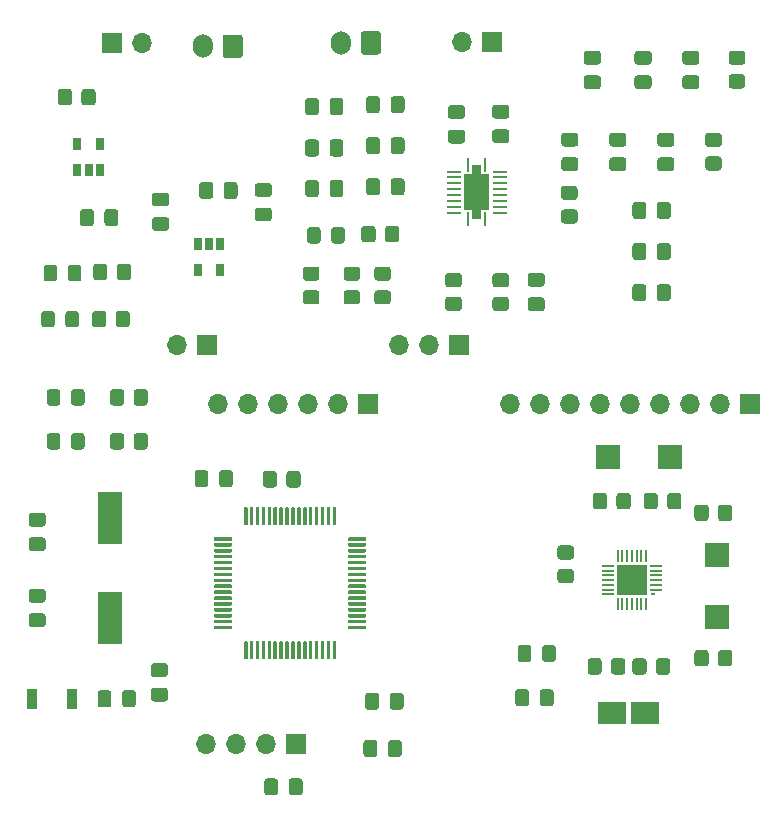
<source format=gbr>
%TF.GenerationSoftware,KiCad,Pcbnew,(5.1.8)-1*%
%TF.CreationDate,2021-02-01T14:36:09-08:00*%
%TF.ProjectId,spl_prototype,73706c5f-7072-46f7-946f-747970652e6b,rev?*%
%TF.SameCoordinates,Original*%
%TF.FileFunction,Soldermask,Top*%
%TF.FilePolarity,Negative*%
%FSLAX46Y46*%
G04 Gerber Fmt 4.6, Leading zero omitted, Abs format (unit mm)*
G04 Created by KiCad (PCBNEW (5.1.8)-1) date 2021-02-01 14:36:09*
%MOMM*%
%LPD*%
G01*
G04 APERTURE LIST*
%ADD10O,1.700000X1.700000*%
%ADD11R,1.700000X1.700000*%
%ADD12R,0.650000X1.060000*%
%ADD13R,2.000000X2.000000*%
%ADD14C,0.200000*%
%ADD15C,0.100000*%
%ADD16R,0.240000X1.200000*%
%ADD17R,1.200000X0.240000*%
%ADD18R,2.600000X2.600000*%
%ADD19R,1.000000X0.200000*%
%ADD20R,0.200000X1.000000*%
%ADD21R,0.450000X0.200000*%
%ADD22R,0.900000X1.700000*%
%ADD23R,2.000000X4.500000*%
%ADD24R,2.400000X1.950000*%
%ADD25O,1.700000X2.000000*%
G04 APERTURE END LIST*
D10*
%TO.C,JP3(CHG-BATT)*%
X100050000Y-23540000D03*
D11*
X97510000Y-23540000D03*
%TD*%
D12*
%TO.C,U8*%
X94550000Y-32100000D03*
X96450000Y-32100000D03*
X96450000Y-34300000D03*
X95500000Y-34300000D03*
X94550000Y-34300000D03*
%TD*%
%TO.C,R22*%
G36*
G01*
X97800000Y-47350001D02*
X97800000Y-46449999D01*
G75*
G02*
X98049999Y-46200000I249999J0D01*
G01*
X98750001Y-46200000D01*
G75*
G02*
X99000000Y-46449999I0J-249999D01*
G01*
X99000000Y-47350001D01*
G75*
G02*
X98750001Y-47600000I-249999J0D01*
G01*
X98049999Y-47600000D01*
G75*
G02*
X97800000Y-47350001I0J249999D01*
G01*
G37*
G36*
G01*
X95800000Y-47350001D02*
X95800000Y-46449999D01*
G75*
G02*
X96049999Y-46200000I249999J0D01*
G01*
X96750001Y-46200000D01*
G75*
G02*
X97000000Y-46449999I0J-249999D01*
G01*
X97000000Y-47350001D01*
G75*
G02*
X96750001Y-47600000I-249999J0D01*
G01*
X96049999Y-47600000D01*
G75*
G02*
X95800000Y-47350001I0J249999D01*
G01*
G37*
%TD*%
%TO.C,R21*%
G36*
G01*
X97900000Y-43350001D02*
X97900000Y-42449999D01*
G75*
G02*
X98149999Y-42200000I249999J0D01*
G01*
X98850001Y-42200000D01*
G75*
G02*
X99100000Y-42449999I0J-249999D01*
G01*
X99100000Y-43350001D01*
G75*
G02*
X98850001Y-43600000I-249999J0D01*
G01*
X98149999Y-43600000D01*
G75*
G02*
X97900000Y-43350001I0J249999D01*
G01*
G37*
G36*
G01*
X95900000Y-43350001D02*
X95900000Y-42449999D01*
G75*
G02*
X96149999Y-42200000I249999J0D01*
G01*
X96850001Y-42200000D01*
G75*
G02*
X97100000Y-42449999I0J-249999D01*
G01*
X97100000Y-43350001D01*
G75*
G02*
X96850001Y-43600000I-249999J0D01*
G01*
X96149999Y-43600000D01*
G75*
G02*
X95900000Y-43350001I0J249999D01*
G01*
G37*
%TD*%
%TO.C,R4*%
G36*
G01*
X94100000Y-27649999D02*
X94100000Y-28550001D01*
G75*
G02*
X93850001Y-28800000I-249999J0D01*
G01*
X93149999Y-28800000D01*
G75*
G02*
X92900000Y-28550001I0J249999D01*
G01*
X92900000Y-27649999D01*
G75*
G02*
X93149999Y-27400000I249999J0D01*
G01*
X93850001Y-27400000D01*
G75*
G02*
X94100000Y-27649999I0J-249999D01*
G01*
G37*
G36*
G01*
X96100000Y-27649999D02*
X96100000Y-28550001D01*
G75*
G02*
X95850001Y-28800000I-249999J0D01*
G01*
X95149999Y-28800000D01*
G75*
G02*
X94900000Y-28550001I0J249999D01*
G01*
X94900000Y-27649999D01*
G75*
G02*
X95149999Y-27400000I249999J0D01*
G01*
X95850001Y-27400000D01*
G75*
G02*
X96100000Y-27649999I0J-249999D01*
G01*
G37*
%TD*%
D10*
%TO.C,JP2(BQ-5V)*%
X102960000Y-49100000D03*
D11*
X105500000Y-49100000D03*
%TD*%
%TO.C,D5*%
G36*
G01*
X92650000Y-46449999D02*
X92650000Y-47350001D01*
G75*
G02*
X92400001Y-47600000I-249999J0D01*
G01*
X91749999Y-47600000D01*
G75*
G02*
X91500000Y-47350001I0J249999D01*
G01*
X91500000Y-46449999D01*
G75*
G02*
X91749999Y-46200000I249999J0D01*
G01*
X92400001Y-46200000D01*
G75*
G02*
X92650000Y-46449999I0J-249999D01*
G01*
G37*
G36*
G01*
X94700000Y-46449999D02*
X94700000Y-47350001D01*
G75*
G02*
X94450001Y-47600000I-249999J0D01*
G01*
X93799999Y-47600000D01*
G75*
G02*
X93550000Y-47350001I0J249999D01*
G01*
X93550000Y-46449999D01*
G75*
G02*
X93799999Y-46200000I249999J0D01*
G01*
X94450001Y-46200000D01*
G75*
G02*
X94700000Y-46449999I0J-249999D01*
G01*
G37*
%TD*%
%TO.C,D4*%
G36*
G01*
X93750000Y-43450001D02*
X93750000Y-42549999D01*
G75*
G02*
X93999999Y-42300000I249999J0D01*
G01*
X94650001Y-42300000D01*
G75*
G02*
X94900000Y-42549999I0J-249999D01*
G01*
X94900000Y-43450001D01*
G75*
G02*
X94650001Y-43700000I-249999J0D01*
G01*
X93999999Y-43700000D01*
G75*
G02*
X93750000Y-43450001I0J249999D01*
G01*
G37*
G36*
G01*
X91700000Y-43450001D02*
X91700000Y-42549999D01*
G75*
G02*
X91949999Y-42300000I249999J0D01*
G01*
X92600001Y-42300000D01*
G75*
G02*
X92850000Y-42549999I0J-249999D01*
G01*
X92850000Y-43450001D01*
G75*
G02*
X92600001Y-43700000I-249999J0D01*
G01*
X91949999Y-43700000D01*
G75*
G02*
X91700000Y-43450001I0J249999D01*
G01*
G37*
%TD*%
%TO.C,C14*%
G36*
G01*
X110775000Y-36550000D02*
X109825000Y-36550000D01*
G75*
G02*
X109575000Y-36300000I0J250000D01*
G01*
X109575000Y-35625000D01*
G75*
G02*
X109825000Y-35375000I250000J0D01*
G01*
X110775000Y-35375000D01*
G75*
G02*
X111025000Y-35625000I0J-250000D01*
G01*
X111025000Y-36300000D01*
G75*
G02*
X110775000Y-36550000I-250000J0D01*
G01*
G37*
G36*
G01*
X110775000Y-38625000D02*
X109825000Y-38625000D01*
G75*
G02*
X109575000Y-38375000I0J250000D01*
G01*
X109575000Y-37700000D01*
G75*
G02*
X109825000Y-37450000I250000J0D01*
G01*
X110775000Y-37450000D01*
G75*
G02*
X111025000Y-37700000I0J-250000D01*
G01*
X111025000Y-38375000D01*
G75*
G02*
X110775000Y-38625000I-250000J0D01*
G01*
G37*
%TD*%
%TO.C,C13*%
G36*
G01*
X106950000Y-36475000D02*
X106950000Y-35525000D01*
G75*
G02*
X107200000Y-35275000I250000J0D01*
G01*
X107875000Y-35275000D01*
G75*
G02*
X108125000Y-35525000I0J-250000D01*
G01*
X108125000Y-36475000D01*
G75*
G02*
X107875000Y-36725000I-250000J0D01*
G01*
X107200000Y-36725000D01*
G75*
G02*
X106950000Y-36475000I0J250000D01*
G01*
G37*
G36*
G01*
X104875000Y-36475000D02*
X104875000Y-35525000D01*
G75*
G02*
X105125000Y-35275000I250000J0D01*
G01*
X105800000Y-35275000D01*
G75*
G02*
X106050000Y-35525000I0J-250000D01*
G01*
X106050000Y-36475000D01*
G75*
G02*
X105800000Y-36725000I-250000J0D01*
G01*
X105125000Y-36725000D01*
G75*
G02*
X104875000Y-36475000I0J250000D01*
G01*
G37*
%TD*%
%TO.C,C2*%
G36*
G01*
X95950000Y-37825000D02*
X95950000Y-38775000D01*
G75*
G02*
X95700000Y-39025000I-250000J0D01*
G01*
X95025000Y-39025000D01*
G75*
G02*
X94775000Y-38775000I0J250000D01*
G01*
X94775000Y-37825000D01*
G75*
G02*
X95025000Y-37575000I250000J0D01*
G01*
X95700000Y-37575000D01*
G75*
G02*
X95950000Y-37825000I0J-250000D01*
G01*
G37*
G36*
G01*
X98025000Y-37825000D02*
X98025000Y-38775000D01*
G75*
G02*
X97775000Y-39025000I-250000J0D01*
G01*
X97100000Y-39025000D01*
G75*
G02*
X96850000Y-38775000I0J250000D01*
G01*
X96850000Y-37825000D01*
G75*
G02*
X97100000Y-37575000I250000J0D01*
G01*
X97775000Y-37575000D01*
G75*
G02*
X98025000Y-37825000I0J-250000D01*
G01*
G37*
%TD*%
%TO.C,C1*%
G36*
G01*
X102075000Y-37350000D02*
X101125000Y-37350000D01*
G75*
G02*
X100875000Y-37100000I0J250000D01*
G01*
X100875000Y-36425000D01*
G75*
G02*
X101125000Y-36175000I250000J0D01*
G01*
X102075000Y-36175000D01*
G75*
G02*
X102325000Y-36425000I0J-250000D01*
G01*
X102325000Y-37100000D01*
G75*
G02*
X102075000Y-37350000I-250000J0D01*
G01*
G37*
G36*
G01*
X102075000Y-39425000D02*
X101125000Y-39425000D01*
G75*
G02*
X100875000Y-39175000I0J250000D01*
G01*
X100875000Y-38500000D01*
G75*
G02*
X101125000Y-38250000I250000J0D01*
G01*
X102075000Y-38250000D01*
G75*
G02*
X102325000Y-38500000I0J-250000D01*
G01*
X102325000Y-39175000D01*
G75*
G02*
X102075000Y-39425000I-250000J0D01*
G01*
G37*
%TD*%
D12*
%TO.C,U2*%
X106650000Y-42700000D03*
X104750000Y-42700000D03*
X104750000Y-40500000D03*
X105700000Y-40500000D03*
X106650000Y-40500000D03*
%TD*%
D13*
%TO.C,U5*%
X148700000Y-72150000D03*
X148700000Y-66850000D03*
%TD*%
%TO.C,U4*%
X139450000Y-58600000D03*
X144750000Y-58600000D03*
%TD*%
D10*
%TO.C,J6 (COIL)*%
X127110000Y-23400000D03*
D11*
X129650000Y-23400000D03*
%TD*%
D14*
%TO.C,U7*%
X127860000Y-37150000D03*
X128860000Y-37150000D03*
X128860000Y-35150000D03*
X127860000Y-35150000D03*
X128360000Y-37150000D03*
X128360000Y-35150000D03*
D15*
G36*
X128735000Y-37680000D02*
G01*
X128735000Y-38450000D01*
X127985000Y-38450000D01*
X127985000Y-37680000D01*
X127330000Y-37680000D01*
X127330000Y-34620000D01*
X127985000Y-34620000D01*
X127985000Y-33850000D01*
X128735000Y-33850000D01*
X128735000Y-34620000D01*
X129390000Y-34620000D01*
X129390000Y-37680000D01*
X128735000Y-37680000D01*
G37*
D16*
X129110000Y-38450000D03*
X127610000Y-38450000D03*
X129110000Y-33850000D03*
X127610000Y-33850000D03*
D17*
X126410000Y-37900000D03*
X130310000Y-37900000D03*
X126410000Y-37400000D03*
X130310000Y-37400000D03*
X126410000Y-36900000D03*
X130310000Y-36900000D03*
X126410000Y-36400000D03*
X130310000Y-36400000D03*
X126410000Y-35900000D03*
X130310000Y-35900000D03*
X126410000Y-35400000D03*
X130310000Y-35400000D03*
X126410000Y-34900000D03*
X130310000Y-34900000D03*
X126410000Y-34400000D03*
X130310000Y-34400000D03*
%TD*%
D18*
%TO.C,U3*%
X141500000Y-69000000D03*
D19*
X139450000Y-70200000D03*
X139450000Y-69800000D03*
X139450000Y-69400000D03*
X139450000Y-69000000D03*
X139450000Y-68600000D03*
X139450000Y-68200000D03*
X139450000Y-67800000D03*
D20*
X140300000Y-66950000D03*
X140700000Y-66950000D03*
X141100000Y-66950000D03*
X141500000Y-66950000D03*
X141900000Y-66950000D03*
X142300000Y-66950000D03*
X142700000Y-66950000D03*
D19*
X143550000Y-67800000D03*
X143550000Y-68200000D03*
X143550000Y-68600000D03*
X143550000Y-69000000D03*
X143550000Y-69400000D03*
X143550000Y-69800000D03*
D21*
X143275000Y-70200000D03*
D20*
X142700000Y-71050000D03*
X142300000Y-71050000D03*
X141900000Y-71050000D03*
X141500000Y-71050000D03*
X141100000Y-71050000D03*
X140700000Y-71050000D03*
X140300000Y-71050000D03*
%TD*%
D22*
%TO.C,SW1*%
X94090000Y-79040000D03*
X90690000Y-79040000D03*
%TD*%
D23*
%TO.C,Y1*%
X97320000Y-72240000D03*
X97320000Y-63740000D03*
%TD*%
D24*
%TO.C,U6*%
X139850000Y-80200000D03*
X142650000Y-80200000D03*
%TD*%
%TO.C,U1*%
G36*
G01*
X108660000Y-64285000D02*
X108660000Y-62885000D01*
G75*
G02*
X108735000Y-62810000I75000J0D01*
G01*
X108885000Y-62810000D01*
G75*
G02*
X108960000Y-62885000I0J-75000D01*
G01*
X108960000Y-64285000D01*
G75*
G02*
X108885000Y-64360000I-75000J0D01*
G01*
X108735000Y-64360000D01*
G75*
G02*
X108660000Y-64285000I0J75000D01*
G01*
G37*
G36*
G01*
X109160000Y-64285000D02*
X109160000Y-62885000D01*
G75*
G02*
X109235000Y-62810000I75000J0D01*
G01*
X109385000Y-62810000D01*
G75*
G02*
X109460000Y-62885000I0J-75000D01*
G01*
X109460000Y-64285000D01*
G75*
G02*
X109385000Y-64360000I-75000J0D01*
G01*
X109235000Y-64360000D01*
G75*
G02*
X109160000Y-64285000I0J75000D01*
G01*
G37*
G36*
G01*
X109660000Y-64285000D02*
X109660000Y-62885000D01*
G75*
G02*
X109735000Y-62810000I75000J0D01*
G01*
X109885000Y-62810000D01*
G75*
G02*
X109960000Y-62885000I0J-75000D01*
G01*
X109960000Y-64285000D01*
G75*
G02*
X109885000Y-64360000I-75000J0D01*
G01*
X109735000Y-64360000D01*
G75*
G02*
X109660000Y-64285000I0J75000D01*
G01*
G37*
G36*
G01*
X110160000Y-64285000D02*
X110160000Y-62885000D01*
G75*
G02*
X110235000Y-62810000I75000J0D01*
G01*
X110385000Y-62810000D01*
G75*
G02*
X110460000Y-62885000I0J-75000D01*
G01*
X110460000Y-64285000D01*
G75*
G02*
X110385000Y-64360000I-75000J0D01*
G01*
X110235000Y-64360000D01*
G75*
G02*
X110160000Y-64285000I0J75000D01*
G01*
G37*
G36*
G01*
X110660000Y-64285000D02*
X110660000Y-62885000D01*
G75*
G02*
X110735000Y-62810000I75000J0D01*
G01*
X110885000Y-62810000D01*
G75*
G02*
X110960000Y-62885000I0J-75000D01*
G01*
X110960000Y-64285000D01*
G75*
G02*
X110885000Y-64360000I-75000J0D01*
G01*
X110735000Y-64360000D01*
G75*
G02*
X110660000Y-64285000I0J75000D01*
G01*
G37*
G36*
G01*
X111160000Y-64285000D02*
X111160000Y-62885000D01*
G75*
G02*
X111235000Y-62810000I75000J0D01*
G01*
X111385000Y-62810000D01*
G75*
G02*
X111460000Y-62885000I0J-75000D01*
G01*
X111460000Y-64285000D01*
G75*
G02*
X111385000Y-64360000I-75000J0D01*
G01*
X111235000Y-64360000D01*
G75*
G02*
X111160000Y-64285000I0J75000D01*
G01*
G37*
G36*
G01*
X111660000Y-64285000D02*
X111660000Y-62885000D01*
G75*
G02*
X111735000Y-62810000I75000J0D01*
G01*
X111885000Y-62810000D01*
G75*
G02*
X111960000Y-62885000I0J-75000D01*
G01*
X111960000Y-64285000D01*
G75*
G02*
X111885000Y-64360000I-75000J0D01*
G01*
X111735000Y-64360000D01*
G75*
G02*
X111660000Y-64285000I0J75000D01*
G01*
G37*
G36*
G01*
X112160000Y-64285000D02*
X112160000Y-62885000D01*
G75*
G02*
X112235000Y-62810000I75000J0D01*
G01*
X112385000Y-62810000D01*
G75*
G02*
X112460000Y-62885000I0J-75000D01*
G01*
X112460000Y-64285000D01*
G75*
G02*
X112385000Y-64360000I-75000J0D01*
G01*
X112235000Y-64360000D01*
G75*
G02*
X112160000Y-64285000I0J75000D01*
G01*
G37*
G36*
G01*
X112660000Y-64285000D02*
X112660000Y-62885000D01*
G75*
G02*
X112735000Y-62810000I75000J0D01*
G01*
X112885000Y-62810000D01*
G75*
G02*
X112960000Y-62885000I0J-75000D01*
G01*
X112960000Y-64285000D01*
G75*
G02*
X112885000Y-64360000I-75000J0D01*
G01*
X112735000Y-64360000D01*
G75*
G02*
X112660000Y-64285000I0J75000D01*
G01*
G37*
G36*
G01*
X113160000Y-64285000D02*
X113160000Y-62885000D01*
G75*
G02*
X113235000Y-62810000I75000J0D01*
G01*
X113385000Y-62810000D01*
G75*
G02*
X113460000Y-62885000I0J-75000D01*
G01*
X113460000Y-64285000D01*
G75*
G02*
X113385000Y-64360000I-75000J0D01*
G01*
X113235000Y-64360000D01*
G75*
G02*
X113160000Y-64285000I0J75000D01*
G01*
G37*
G36*
G01*
X113660000Y-64285000D02*
X113660000Y-62885000D01*
G75*
G02*
X113735000Y-62810000I75000J0D01*
G01*
X113885000Y-62810000D01*
G75*
G02*
X113960000Y-62885000I0J-75000D01*
G01*
X113960000Y-64285000D01*
G75*
G02*
X113885000Y-64360000I-75000J0D01*
G01*
X113735000Y-64360000D01*
G75*
G02*
X113660000Y-64285000I0J75000D01*
G01*
G37*
G36*
G01*
X114160000Y-64285000D02*
X114160000Y-62885000D01*
G75*
G02*
X114235000Y-62810000I75000J0D01*
G01*
X114385000Y-62810000D01*
G75*
G02*
X114460000Y-62885000I0J-75000D01*
G01*
X114460000Y-64285000D01*
G75*
G02*
X114385000Y-64360000I-75000J0D01*
G01*
X114235000Y-64360000D01*
G75*
G02*
X114160000Y-64285000I0J75000D01*
G01*
G37*
G36*
G01*
X114660000Y-64285000D02*
X114660000Y-62885000D01*
G75*
G02*
X114735000Y-62810000I75000J0D01*
G01*
X114885000Y-62810000D01*
G75*
G02*
X114960000Y-62885000I0J-75000D01*
G01*
X114960000Y-64285000D01*
G75*
G02*
X114885000Y-64360000I-75000J0D01*
G01*
X114735000Y-64360000D01*
G75*
G02*
X114660000Y-64285000I0J75000D01*
G01*
G37*
G36*
G01*
X115160000Y-64285000D02*
X115160000Y-62885000D01*
G75*
G02*
X115235000Y-62810000I75000J0D01*
G01*
X115385000Y-62810000D01*
G75*
G02*
X115460000Y-62885000I0J-75000D01*
G01*
X115460000Y-64285000D01*
G75*
G02*
X115385000Y-64360000I-75000J0D01*
G01*
X115235000Y-64360000D01*
G75*
G02*
X115160000Y-64285000I0J75000D01*
G01*
G37*
G36*
G01*
X115660000Y-64285000D02*
X115660000Y-62885000D01*
G75*
G02*
X115735000Y-62810000I75000J0D01*
G01*
X115885000Y-62810000D01*
G75*
G02*
X115960000Y-62885000I0J-75000D01*
G01*
X115960000Y-64285000D01*
G75*
G02*
X115885000Y-64360000I-75000J0D01*
G01*
X115735000Y-64360000D01*
G75*
G02*
X115660000Y-64285000I0J75000D01*
G01*
G37*
G36*
G01*
X116160000Y-64285000D02*
X116160000Y-62885000D01*
G75*
G02*
X116235000Y-62810000I75000J0D01*
G01*
X116385000Y-62810000D01*
G75*
G02*
X116460000Y-62885000I0J-75000D01*
G01*
X116460000Y-64285000D01*
G75*
G02*
X116385000Y-64360000I-75000J0D01*
G01*
X116235000Y-64360000D01*
G75*
G02*
X116160000Y-64285000I0J75000D01*
G01*
G37*
G36*
G01*
X117460000Y-65585000D02*
X117460000Y-65435000D01*
G75*
G02*
X117535000Y-65360000I75000J0D01*
G01*
X118935000Y-65360000D01*
G75*
G02*
X119010000Y-65435000I0J-75000D01*
G01*
X119010000Y-65585000D01*
G75*
G02*
X118935000Y-65660000I-75000J0D01*
G01*
X117535000Y-65660000D01*
G75*
G02*
X117460000Y-65585000I0J75000D01*
G01*
G37*
G36*
G01*
X117460000Y-66085000D02*
X117460000Y-65935000D01*
G75*
G02*
X117535000Y-65860000I75000J0D01*
G01*
X118935000Y-65860000D01*
G75*
G02*
X119010000Y-65935000I0J-75000D01*
G01*
X119010000Y-66085000D01*
G75*
G02*
X118935000Y-66160000I-75000J0D01*
G01*
X117535000Y-66160000D01*
G75*
G02*
X117460000Y-66085000I0J75000D01*
G01*
G37*
G36*
G01*
X117460000Y-66585000D02*
X117460000Y-66435000D01*
G75*
G02*
X117535000Y-66360000I75000J0D01*
G01*
X118935000Y-66360000D01*
G75*
G02*
X119010000Y-66435000I0J-75000D01*
G01*
X119010000Y-66585000D01*
G75*
G02*
X118935000Y-66660000I-75000J0D01*
G01*
X117535000Y-66660000D01*
G75*
G02*
X117460000Y-66585000I0J75000D01*
G01*
G37*
G36*
G01*
X117460000Y-67085000D02*
X117460000Y-66935000D01*
G75*
G02*
X117535000Y-66860000I75000J0D01*
G01*
X118935000Y-66860000D01*
G75*
G02*
X119010000Y-66935000I0J-75000D01*
G01*
X119010000Y-67085000D01*
G75*
G02*
X118935000Y-67160000I-75000J0D01*
G01*
X117535000Y-67160000D01*
G75*
G02*
X117460000Y-67085000I0J75000D01*
G01*
G37*
G36*
G01*
X117460000Y-67585000D02*
X117460000Y-67435000D01*
G75*
G02*
X117535000Y-67360000I75000J0D01*
G01*
X118935000Y-67360000D01*
G75*
G02*
X119010000Y-67435000I0J-75000D01*
G01*
X119010000Y-67585000D01*
G75*
G02*
X118935000Y-67660000I-75000J0D01*
G01*
X117535000Y-67660000D01*
G75*
G02*
X117460000Y-67585000I0J75000D01*
G01*
G37*
G36*
G01*
X117460000Y-68085000D02*
X117460000Y-67935000D01*
G75*
G02*
X117535000Y-67860000I75000J0D01*
G01*
X118935000Y-67860000D01*
G75*
G02*
X119010000Y-67935000I0J-75000D01*
G01*
X119010000Y-68085000D01*
G75*
G02*
X118935000Y-68160000I-75000J0D01*
G01*
X117535000Y-68160000D01*
G75*
G02*
X117460000Y-68085000I0J75000D01*
G01*
G37*
G36*
G01*
X117460000Y-68585000D02*
X117460000Y-68435000D01*
G75*
G02*
X117535000Y-68360000I75000J0D01*
G01*
X118935000Y-68360000D01*
G75*
G02*
X119010000Y-68435000I0J-75000D01*
G01*
X119010000Y-68585000D01*
G75*
G02*
X118935000Y-68660000I-75000J0D01*
G01*
X117535000Y-68660000D01*
G75*
G02*
X117460000Y-68585000I0J75000D01*
G01*
G37*
G36*
G01*
X117460000Y-69085000D02*
X117460000Y-68935000D01*
G75*
G02*
X117535000Y-68860000I75000J0D01*
G01*
X118935000Y-68860000D01*
G75*
G02*
X119010000Y-68935000I0J-75000D01*
G01*
X119010000Y-69085000D01*
G75*
G02*
X118935000Y-69160000I-75000J0D01*
G01*
X117535000Y-69160000D01*
G75*
G02*
X117460000Y-69085000I0J75000D01*
G01*
G37*
G36*
G01*
X117460000Y-69585000D02*
X117460000Y-69435000D01*
G75*
G02*
X117535000Y-69360000I75000J0D01*
G01*
X118935000Y-69360000D01*
G75*
G02*
X119010000Y-69435000I0J-75000D01*
G01*
X119010000Y-69585000D01*
G75*
G02*
X118935000Y-69660000I-75000J0D01*
G01*
X117535000Y-69660000D01*
G75*
G02*
X117460000Y-69585000I0J75000D01*
G01*
G37*
G36*
G01*
X117460000Y-70085000D02*
X117460000Y-69935000D01*
G75*
G02*
X117535000Y-69860000I75000J0D01*
G01*
X118935000Y-69860000D01*
G75*
G02*
X119010000Y-69935000I0J-75000D01*
G01*
X119010000Y-70085000D01*
G75*
G02*
X118935000Y-70160000I-75000J0D01*
G01*
X117535000Y-70160000D01*
G75*
G02*
X117460000Y-70085000I0J75000D01*
G01*
G37*
G36*
G01*
X117460000Y-70585000D02*
X117460000Y-70435000D01*
G75*
G02*
X117535000Y-70360000I75000J0D01*
G01*
X118935000Y-70360000D01*
G75*
G02*
X119010000Y-70435000I0J-75000D01*
G01*
X119010000Y-70585000D01*
G75*
G02*
X118935000Y-70660000I-75000J0D01*
G01*
X117535000Y-70660000D01*
G75*
G02*
X117460000Y-70585000I0J75000D01*
G01*
G37*
G36*
G01*
X117460000Y-71085000D02*
X117460000Y-70935000D01*
G75*
G02*
X117535000Y-70860000I75000J0D01*
G01*
X118935000Y-70860000D01*
G75*
G02*
X119010000Y-70935000I0J-75000D01*
G01*
X119010000Y-71085000D01*
G75*
G02*
X118935000Y-71160000I-75000J0D01*
G01*
X117535000Y-71160000D01*
G75*
G02*
X117460000Y-71085000I0J75000D01*
G01*
G37*
G36*
G01*
X117460000Y-71585000D02*
X117460000Y-71435000D01*
G75*
G02*
X117535000Y-71360000I75000J0D01*
G01*
X118935000Y-71360000D01*
G75*
G02*
X119010000Y-71435000I0J-75000D01*
G01*
X119010000Y-71585000D01*
G75*
G02*
X118935000Y-71660000I-75000J0D01*
G01*
X117535000Y-71660000D01*
G75*
G02*
X117460000Y-71585000I0J75000D01*
G01*
G37*
G36*
G01*
X117460000Y-72085000D02*
X117460000Y-71935000D01*
G75*
G02*
X117535000Y-71860000I75000J0D01*
G01*
X118935000Y-71860000D01*
G75*
G02*
X119010000Y-71935000I0J-75000D01*
G01*
X119010000Y-72085000D01*
G75*
G02*
X118935000Y-72160000I-75000J0D01*
G01*
X117535000Y-72160000D01*
G75*
G02*
X117460000Y-72085000I0J75000D01*
G01*
G37*
G36*
G01*
X117460000Y-72585000D02*
X117460000Y-72435000D01*
G75*
G02*
X117535000Y-72360000I75000J0D01*
G01*
X118935000Y-72360000D01*
G75*
G02*
X119010000Y-72435000I0J-75000D01*
G01*
X119010000Y-72585000D01*
G75*
G02*
X118935000Y-72660000I-75000J0D01*
G01*
X117535000Y-72660000D01*
G75*
G02*
X117460000Y-72585000I0J75000D01*
G01*
G37*
G36*
G01*
X117460000Y-73085000D02*
X117460000Y-72935000D01*
G75*
G02*
X117535000Y-72860000I75000J0D01*
G01*
X118935000Y-72860000D01*
G75*
G02*
X119010000Y-72935000I0J-75000D01*
G01*
X119010000Y-73085000D01*
G75*
G02*
X118935000Y-73160000I-75000J0D01*
G01*
X117535000Y-73160000D01*
G75*
G02*
X117460000Y-73085000I0J75000D01*
G01*
G37*
G36*
G01*
X116160000Y-75635000D02*
X116160000Y-74235000D01*
G75*
G02*
X116235000Y-74160000I75000J0D01*
G01*
X116385000Y-74160000D01*
G75*
G02*
X116460000Y-74235000I0J-75000D01*
G01*
X116460000Y-75635000D01*
G75*
G02*
X116385000Y-75710000I-75000J0D01*
G01*
X116235000Y-75710000D01*
G75*
G02*
X116160000Y-75635000I0J75000D01*
G01*
G37*
G36*
G01*
X115660000Y-75635000D02*
X115660000Y-74235000D01*
G75*
G02*
X115735000Y-74160000I75000J0D01*
G01*
X115885000Y-74160000D01*
G75*
G02*
X115960000Y-74235000I0J-75000D01*
G01*
X115960000Y-75635000D01*
G75*
G02*
X115885000Y-75710000I-75000J0D01*
G01*
X115735000Y-75710000D01*
G75*
G02*
X115660000Y-75635000I0J75000D01*
G01*
G37*
G36*
G01*
X115160000Y-75635000D02*
X115160000Y-74235000D01*
G75*
G02*
X115235000Y-74160000I75000J0D01*
G01*
X115385000Y-74160000D01*
G75*
G02*
X115460000Y-74235000I0J-75000D01*
G01*
X115460000Y-75635000D01*
G75*
G02*
X115385000Y-75710000I-75000J0D01*
G01*
X115235000Y-75710000D01*
G75*
G02*
X115160000Y-75635000I0J75000D01*
G01*
G37*
G36*
G01*
X114660000Y-75635000D02*
X114660000Y-74235000D01*
G75*
G02*
X114735000Y-74160000I75000J0D01*
G01*
X114885000Y-74160000D01*
G75*
G02*
X114960000Y-74235000I0J-75000D01*
G01*
X114960000Y-75635000D01*
G75*
G02*
X114885000Y-75710000I-75000J0D01*
G01*
X114735000Y-75710000D01*
G75*
G02*
X114660000Y-75635000I0J75000D01*
G01*
G37*
G36*
G01*
X114160000Y-75635000D02*
X114160000Y-74235000D01*
G75*
G02*
X114235000Y-74160000I75000J0D01*
G01*
X114385000Y-74160000D01*
G75*
G02*
X114460000Y-74235000I0J-75000D01*
G01*
X114460000Y-75635000D01*
G75*
G02*
X114385000Y-75710000I-75000J0D01*
G01*
X114235000Y-75710000D01*
G75*
G02*
X114160000Y-75635000I0J75000D01*
G01*
G37*
G36*
G01*
X113660000Y-75635000D02*
X113660000Y-74235000D01*
G75*
G02*
X113735000Y-74160000I75000J0D01*
G01*
X113885000Y-74160000D01*
G75*
G02*
X113960000Y-74235000I0J-75000D01*
G01*
X113960000Y-75635000D01*
G75*
G02*
X113885000Y-75710000I-75000J0D01*
G01*
X113735000Y-75710000D01*
G75*
G02*
X113660000Y-75635000I0J75000D01*
G01*
G37*
G36*
G01*
X113160000Y-75635000D02*
X113160000Y-74235000D01*
G75*
G02*
X113235000Y-74160000I75000J0D01*
G01*
X113385000Y-74160000D01*
G75*
G02*
X113460000Y-74235000I0J-75000D01*
G01*
X113460000Y-75635000D01*
G75*
G02*
X113385000Y-75710000I-75000J0D01*
G01*
X113235000Y-75710000D01*
G75*
G02*
X113160000Y-75635000I0J75000D01*
G01*
G37*
G36*
G01*
X112660000Y-75635000D02*
X112660000Y-74235000D01*
G75*
G02*
X112735000Y-74160000I75000J0D01*
G01*
X112885000Y-74160000D01*
G75*
G02*
X112960000Y-74235000I0J-75000D01*
G01*
X112960000Y-75635000D01*
G75*
G02*
X112885000Y-75710000I-75000J0D01*
G01*
X112735000Y-75710000D01*
G75*
G02*
X112660000Y-75635000I0J75000D01*
G01*
G37*
G36*
G01*
X112160000Y-75635000D02*
X112160000Y-74235000D01*
G75*
G02*
X112235000Y-74160000I75000J0D01*
G01*
X112385000Y-74160000D01*
G75*
G02*
X112460000Y-74235000I0J-75000D01*
G01*
X112460000Y-75635000D01*
G75*
G02*
X112385000Y-75710000I-75000J0D01*
G01*
X112235000Y-75710000D01*
G75*
G02*
X112160000Y-75635000I0J75000D01*
G01*
G37*
G36*
G01*
X111660000Y-75635000D02*
X111660000Y-74235000D01*
G75*
G02*
X111735000Y-74160000I75000J0D01*
G01*
X111885000Y-74160000D01*
G75*
G02*
X111960000Y-74235000I0J-75000D01*
G01*
X111960000Y-75635000D01*
G75*
G02*
X111885000Y-75710000I-75000J0D01*
G01*
X111735000Y-75710000D01*
G75*
G02*
X111660000Y-75635000I0J75000D01*
G01*
G37*
G36*
G01*
X111160000Y-75635000D02*
X111160000Y-74235000D01*
G75*
G02*
X111235000Y-74160000I75000J0D01*
G01*
X111385000Y-74160000D01*
G75*
G02*
X111460000Y-74235000I0J-75000D01*
G01*
X111460000Y-75635000D01*
G75*
G02*
X111385000Y-75710000I-75000J0D01*
G01*
X111235000Y-75710000D01*
G75*
G02*
X111160000Y-75635000I0J75000D01*
G01*
G37*
G36*
G01*
X110660000Y-75635000D02*
X110660000Y-74235000D01*
G75*
G02*
X110735000Y-74160000I75000J0D01*
G01*
X110885000Y-74160000D01*
G75*
G02*
X110960000Y-74235000I0J-75000D01*
G01*
X110960000Y-75635000D01*
G75*
G02*
X110885000Y-75710000I-75000J0D01*
G01*
X110735000Y-75710000D01*
G75*
G02*
X110660000Y-75635000I0J75000D01*
G01*
G37*
G36*
G01*
X110160000Y-75635000D02*
X110160000Y-74235000D01*
G75*
G02*
X110235000Y-74160000I75000J0D01*
G01*
X110385000Y-74160000D01*
G75*
G02*
X110460000Y-74235000I0J-75000D01*
G01*
X110460000Y-75635000D01*
G75*
G02*
X110385000Y-75710000I-75000J0D01*
G01*
X110235000Y-75710000D01*
G75*
G02*
X110160000Y-75635000I0J75000D01*
G01*
G37*
G36*
G01*
X109660000Y-75635000D02*
X109660000Y-74235000D01*
G75*
G02*
X109735000Y-74160000I75000J0D01*
G01*
X109885000Y-74160000D01*
G75*
G02*
X109960000Y-74235000I0J-75000D01*
G01*
X109960000Y-75635000D01*
G75*
G02*
X109885000Y-75710000I-75000J0D01*
G01*
X109735000Y-75710000D01*
G75*
G02*
X109660000Y-75635000I0J75000D01*
G01*
G37*
G36*
G01*
X109160000Y-75635000D02*
X109160000Y-74235000D01*
G75*
G02*
X109235000Y-74160000I75000J0D01*
G01*
X109385000Y-74160000D01*
G75*
G02*
X109460000Y-74235000I0J-75000D01*
G01*
X109460000Y-75635000D01*
G75*
G02*
X109385000Y-75710000I-75000J0D01*
G01*
X109235000Y-75710000D01*
G75*
G02*
X109160000Y-75635000I0J75000D01*
G01*
G37*
G36*
G01*
X108660000Y-75635000D02*
X108660000Y-74235000D01*
G75*
G02*
X108735000Y-74160000I75000J0D01*
G01*
X108885000Y-74160000D01*
G75*
G02*
X108960000Y-74235000I0J-75000D01*
G01*
X108960000Y-75635000D01*
G75*
G02*
X108885000Y-75710000I-75000J0D01*
G01*
X108735000Y-75710000D01*
G75*
G02*
X108660000Y-75635000I0J75000D01*
G01*
G37*
G36*
G01*
X106110000Y-73085000D02*
X106110000Y-72935000D01*
G75*
G02*
X106185000Y-72860000I75000J0D01*
G01*
X107585000Y-72860000D01*
G75*
G02*
X107660000Y-72935000I0J-75000D01*
G01*
X107660000Y-73085000D01*
G75*
G02*
X107585000Y-73160000I-75000J0D01*
G01*
X106185000Y-73160000D01*
G75*
G02*
X106110000Y-73085000I0J75000D01*
G01*
G37*
G36*
G01*
X106110000Y-72585000D02*
X106110000Y-72435000D01*
G75*
G02*
X106185000Y-72360000I75000J0D01*
G01*
X107585000Y-72360000D01*
G75*
G02*
X107660000Y-72435000I0J-75000D01*
G01*
X107660000Y-72585000D01*
G75*
G02*
X107585000Y-72660000I-75000J0D01*
G01*
X106185000Y-72660000D01*
G75*
G02*
X106110000Y-72585000I0J75000D01*
G01*
G37*
G36*
G01*
X106110000Y-72085000D02*
X106110000Y-71935000D01*
G75*
G02*
X106185000Y-71860000I75000J0D01*
G01*
X107585000Y-71860000D01*
G75*
G02*
X107660000Y-71935000I0J-75000D01*
G01*
X107660000Y-72085000D01*
G75*
G02*
X107585000Y-72160000I-75000J0D01*
G01*
X106185000Y-72160000D01*
G75*
G02*
X106110000Y-72085000I0J75000D01*
G01*
G37*
G36*
G01*
X106110000Y-71585000D02*
X106110000Y-71435000D01*
G75*
G02*
X106185000Y-71360000I75000J0D01*
G01*
X107585000Y-71360000D01*
G75*
G02*
X107660000Y-71435000I0J-75000D01*
G01*
X107660000Y-71585000D01*
G75*
G02*
X107585000Y-71660000I-75000J0D01*
G01*
X106185000Y-71660000D01*
G75*
G02*
X106110000Y-71585000I0J75000D01*
G01*
G37*
G36*
G01*
X106110000Y-71085000D02*
X106110000Y-70935000D01*
G75*
G02*
X106185000Y-70860000I75000J0D01*
G01*
X107585000Y-70860000D01*
G75*
G02*
X107660000Y-70935000I0J-75000D01*
G01*
X107660000Y-71085000D01*
G75*
G02*
X107585000Y-71160000I-75000J0D01*
G01*
X106185000Y-71160000D01*
G75*
G02*
X106110000Y-71085000I0J75000D01*
G01*
G37*
G36*
G01*
X106110000Y-70585000D02*
X106110000Y-70435000D01*
G75*
G02*
X106185000Y-70360000I75000J0D01*
G01*
X107585000Y-70360000D01*
G75*
G02*
X107660000Y-70435000I0J-75000D01*
G01*
X107660000Y-70585000D01*
G75*
G02*
X107585000Y-70660000I-75000J0D01*
G01*
X106185000Y-70660000D01*
G75*
G02*
X106110000Y-70585000I0J75000D01*
G01*
G37*
G36*
G01*
X106110000Y-70085000D02*
X106110000Y-69935000D01*
G75*
G02*
X106185000Y-69860000I75000J0D01*
G01*
X107585000Y-69860000D01*
G75*
G02*
X107660000Y-69935000I0J-75000D01*
G01*
X107660000Y-70085000D01*
G75*
G02*
X107585000Y-70160000I-75000J0D01*
G01*
X106185000Y-70160000D01*
G75*
G02*
X106110000Y-70085000I0J75000D01*
G01*
G37*
G36*
G01*
X106110000Y-69585000D02*
X106110000Y-69435000D01*
G75*
G02*
X106185000Y-69360000I75000J0D01*
G01*
X107585000Y-69360000D01*
G75*
G02*
X107660000Y-69435000I0J-75000D01*
G01*
X107660000Y-69585000D01*
G75*
G02*
X107585000Y-69660000I-75000J0D01*
G01*
X106185000Y-69660000D01*
G75*
G02*
X106110000Y-69585000I0J75000D01*
G01*
G37*
G36*
G01*
X106110000Y-69085000D02*
X106110000Y-68935000D01*
G75*
G02*
X106185000Y-68860000I75000J0D01*
G01*
X107585000Y-68860000D01*
G75*
G02*
X107660000Y-68935000I0J-75000D01*
G01*
X107660000Y-69085000D01*
G75*
G02*
X107585000Y-69160000I-75000J0D01*
G01*
X106185000Y-69160000D01*
G75*
G02*
X106110000Y-69085000I0J75000D01*
G01*
G37*
G36*
G01*
X106110000Y-68585000D02*
X106110000Y-68435000D01*
G75*
G02*
X106185000Y-68360000I75000J0D01*
G01*
X107585000Y-68360000D01*
G75*
G02*
X107660000Y-68435000I0J-75000D01*
G01*
X107660000Y-68585000D01*
G75*
G02*
X107585000Y-68660000I-75000J0D01*
G01*
X106185000Y-68660000D01*
G75*
G02*
X106110000Y-68585000I0J75000D01*
G01*
G37*
G36*
G01*
X106110000Y-68085000D02*
X106110000Y-67935000D01*
G75*
G02*
X106185000Y-67860000I75000J0D01*
G01*
X107585000Y-67860000D01*
G75*
G02*
X107660000Y-67935000I0J-75000D01*
G01*
X107660000Y-68085000D01*
G75*
G02*
X107585000Y-68160000I-75000J0D01*
G01*
X106185000Y-68160000D01*
G75*
G02*
X106110000Y-68085000I0J75000D01*
G01*
G37*
G36*
G01*
X106110000Y-67585000D02*
X106110000Y-67435000D01*
G75*
G02*
X106185000Y-67360000I75000J0D01*
G01*
X107585000Y-67360000D01*
G75*
G02*
X107660000Y-67435000I0J-75000D01*
G01*
X107660000Y-67585000D01*
G75*
G02*
X107585000Y-67660000I-75000J0D01*
G01*
X106185000Y-67660000D01*
G75*
G02*
X106110000Y-67585000I0J75000D01*
G01*
G37*
G36*
G01*
X106110000Y-67085000D02*
X106110000Y-66935000D01*
G75*
G02*
X106185000Y-66860000I75000J0D01*
G01*
X107585000Y-66860000D01*
G75*
G02*
X107660000Y-66935000I0J-75000D01*
G01*
X107660000Y-67085000D01*
G75*
G02*
X107585000Y-67160000I-75000J0D01*
G01*
X106185000Y-67160000D01*
G75*
G02*
X106110000Y-67085000I0J75000D01*
G01*
G37*
G36*
G01*
X106110000Y-66585000D02*
X106110000Y-66435000D01*
G75*
G02*
X106185000Y-66360000I75000J0D01*
G01*
X107585000Y-66360000D01*
G75*
G02*
X107660000Y-66435000I0J-75000D01*
G01*
X107660000Y-66585000D01*
G75*
G02*
X107585000Y-66660000I-75000J0D01*
G01*
X106185000Y-66660000D01*
G75*
G02*
X106110000Y-66585000I0J75000D01*
G01*
G37*
G36*
G01*
X106110000Y-66085000D02*
X106110000Y-65935000D01*
G75*
G02*
X106185000Y-65860000I75000J0D01*
G01*
X107585000Y-65860000D01*
G75*
G02*
X107660000Y-65935000I0J-75000D01*
G01*
X107660000Y-66085000D01*
G75*
G02*
X107585000Y-66160000I-75000J0D01*
G01*
X106185000Y-66160000D01*
G75*
G02*
X106110000Y-66085000I0J75000D01*
G01*
G37*
G36*
G01*
X106110000Y-65585000D02*
X106110000Y-65435000D01*
G75*
G02*
X106185000Y-65360000I75000J0D01*
G01*
X107585000Y-65360000D01*
G75*
G02*
X107660000Y-65435000I0J-75000D01*
G01*
X107660000Y-65585000D01*
G75*
G02*
X107585000Y-65660000I-75000J0D01*
G01*
X106185000Y-65660000D01*
G75*
G02*
X106110000Y-65585000I0J75000D01*
G01*
G37*
%TD*%
%TO.C,R20*%
G36*
G01*
X119800000Y-39249999D02*
X119800000Y-40150001D01*
G75*
G02*
X119550001Y-40400000I-249999J0D01*
G01*
X118849999Y-40400000D01*
G75*
G02*
X118600000Y-40150001I0J249999D01*
G01*
X118600000Y-39249999D01*
G75*
G02*
X118849999Y-39000000I249999J0D01*
G01*
X119550001Y-39000000D01*
G75*
G02*
X119800000Y-39249999I0J-249999D01*
G01*
G37*
G36*
G01*
X121800000Y-39249999D02*
X121800000Y-40150001D01*
G75*
G02*
X121550001Y-40400000I-249999J0D01*
G01*
X120849999Y-40400000D01*
G75*
G02*
X120600000Y-40150001I0J249999D01*
G01*
X120600000Y-39249999D01*
G75*
G02*
X120849999Y-39000000I249999J0D01*
G01*
X121550001Y-39000000D01*
G75*
G02*
X121800000Y-39249999I0J-249999D01*
G01*
G37*
%TD*%
%TO.C,R19*%
G36*
G01*
X147959999Y-33120000D02*
X148860001Y-33120000D01*
G75*
G02*
X149110000Y-33369999I0J-249999D01*
G01*
X149110000Y-34070001D01*
G75*
G02*
X148860001Y-34320000I-249999J0D01*
G01*
X147959999Y-34320000D01*
G75*
G02*
X147710000Y-34070001I0J249999D01*
G01*
X147710000Y-33369999D01*
G75*
G02*
X147959999Y-33120000I249999J0D01*
G01*
G37*
G36*
G01*
X147959999Y-31120000D02*
X148860001Y-31120000D01*
G75*
G02*
X149110000Y-31369999I0J-249999D01*
G01*
X149110000Y-32070001D01*
G75*
G02*
X148860001Y-32320000I-249999J0D01*
G01*
X147959999Y-32320000D01*
G75*
G02*
X147710000Y-32070001I0J249999D01*
G01*
X147710000Y-31369999D01*
G75*
G02*
X147959999Y-31120000I249999J0D01*
G01*
G37*
%TD*%
%TO.C,R18*%
G36*
G01*
X114800001Y-43650000D02*
X113899999Y-43650000D01*
G75*
G02*
X113650000Y-43400001I0J249999D01*
G01*
X113650000Y-42699999D01*
G75*
G02*
X113899999Y-42450000I249999J0D01*
G01*
X114800001Y-42450000D01*
G75*
G02*
X115050000Y-42699999I0J-249999D01*
G01*
X115050000Y-43400001D01*
G75*
G02*
X114800001Y-43650000I-249999J0D01*
G01*
G37*
G36*
G01*
X114800001Y-45650000D02*
X113899999Y-45650000D01*
G75*
G02*
X113650000Y-45400001I0J249999D01*
G01*
X113650000Y-44699999D01*
G75*
G02*
X113899999Y-44450000I249999J0D01*
G01*
X114800001Y-44450000D01*
G75*
G02*
X115050000Y-44699999I0J-249999D01*
G01*
X115050000Y-45400001D01*
G75*
G02*
X114800001Y-45650000I-249999J0D01*
G01*
G37*
%TD*%
%TO.C,R17*%
G36*
G01*
X119949999Y-44450000D02*
X120850001Y-44450000D01*
G75*
G02*
X121100000Y-44699999I0J-249999D01*
G01*
X121100000Y-45400001D01*
G75*
G02*
X120850001Y-45650000I-249999J0D01*
G01*
X119949999Y-45650000D01*
G75*
G02*
X119700000Y-45400001I0J249999D01*
G01*
X119700000Y-44699999D01*
G75*
G02*
X119949999Y-44450000I249999J0D01*
G01*
G37*
G36*
G01*
X119949999Y-42450000D02*
X120850001Y-42450000D01*
G75*
G02*
X121100000Y-42699999I0J-249999D01*
G01*
X121100000Y-43400001D01*
G75*
G02*
X120850001Y-43650000I-249999J0D01*
G01*
X119949999Y-43650000D01*
G75*
G02*
X119700000Y-43400001I0J249999D01*
G01*
X119700000Y-42699999D01*
G75*
G02*
X119949999Y-42450000I249999J0D01*
G01*
G37*
%TD*%
%TO.C,R16*%
G36*
G01*
X118250001Y-43650000D02*
X117349999Y-43650000D01*
G75*
G02*
X117100000Y-43400001I0J249999D01*
G01*
X117100000Y-42699999D01*
G75*
G02*
X117349999Y-42450000I249999J0D01*
G01*
X118250001Y-42450000D01*
G75*
G02*
X118500000Y-42699999I0J-249999D01*
G01*
X118500000Y-43400001D01*
G75*
G02*
X118250001Y-43650000I-249999J0D01*
G01*
G37*
G36*
G01*
X118250001Y-45650000D02*
X117349999Y-45650000D01*
G75*
G02*
X117100000Y-45400001I0J249999D01*
G01*
X117100000Y-44699999D01*
G75*
G02*
X117349999Y-44450000I249999J0D01*
G01*
X118250001Y-44450000D01*
G75*
G02*
X118500000Y-44699999I0J-249999D01*
G01*
X118500000Y-45400001D01*
G75*
G02*
X118250001Y-45650000I-249999J0D01*
G01*
G37*
%TD*%
%TO.C,R15*%
G36*
G01*
X150850001Y-25370000D02*
X149949999Y-25370000D01*
G75*
G02*
X149700000Y-25120001I0J249999D01*
G01*
X149700000Y-24419999D01*
G75*
G02*
X149949999Y-24170000I249999J0D01*
G01*
X150850001Y-24170000D01*
G75*
G02*
X151100000Y-24419999I0J-249999D01*
G01*
X151100000Y-25120001D01*
G75*
G02*
X150850001Y-25370000I-249999J0D01*
G01*
G37*
G36*
G01*
X150850001Y-27370000D02*
X149949999Y-27370000D01*
G75*
G02*
X149700000Y-27120001I0J249999D01*
G01*
X149700000Y-26419999D01*
G75*
G02*
X149949999Y-26170000I249999J0D01*
G01*
X150850001Y-26170000D01*
G75*
G02*
X151100000Y-26419999I0J-249999D01*
G01*
X151100000Y-27120001D01*
G75*
G02*
X150850001Y-27370000I-249999J0D01*
G01*
G37*
%TD*%
%TO.C,R14*%
G36*
G01*
X125949999Y-45000000D02*
X126850001Y-45000000D01*
G75*
G02*
X127100000Y-45249999I0J-249999D01*
G01*
X127100000Y-45950001D01*
G75*
G02*
X126850001Y-46200000I-249999J0D01*
G01*
X125949999Y-46200000D01*
G75*
G02*
X125700000Y-45950001I0J249999D01*
G01*
X125700000Y-45249999D01*
G75*
G02*
X125949999Y-45000000I249999J0D01*
G01*
G37*
G36*
G01*
X125949999Y-43000000D02*
X126850001Y-43000000D01*
G75*
G02*
X127100000Y-43249999I0J-249999D01*
G01*
X127100000Y-43950001D01*
G75*
G02*
X126850001Y-44200000I-249999J0D01*
G01*
X125949999Y-44200000D01*
G75*
G02*
X125700000Y-43950001I0J249999D01*
G01*
X125700000Y-43249999D01*
G75*
G02*
X125949999Y-43000000I249999J0D01*
G01*
G37*
%TD*%
%TO.C,R13*%
G36*
G01*
X130850001Y-44200000D02*
X129949999Y-44200000D01*
G75*
G02*
X129700000Y-43950001I0J249999D01*
G01*
X129700000Y-43249999D01*
G75*
G02*
X129949999Y-43000000I249999J0D01*
G01*
X130850001Y-43000000D01*
G75*
G02*
X131100000Y-43249999I0J-249999D01*
G01*
X131100000Y-43950001D01*
G75*
G02*
X130850001Y-44200000I-249999J0D01*
G01*
G37*
G36*
G01*
X130850001Y-46200000D02*
X129949999Y-46200000D01*
G75*
G02*
X129700000Y-45950001I0J249999D01*
G01*
X129700000Y-45249999D01*
G75*
G02*
X129949999Y-45000000I249999J0D01*
G01*
X130850001Y-45000000D01*
G75*
G02*
X131100000Y-45249999I0J-249999D01*
G01*
X131100000Y-45950001D01*
G75*
G02*
X130850001Y-46200000I-249999J0D01*
G01*
G37*
%TD*%
%TO.C,R12*%
G36*
G01*
X135749999Y-37600000D02*
X136650001Y-37600000D01*
G75*
G02*
X136900000Y-37849999I0J-249999D01*
G01*
X136900000Y-38550001D01*
G75*
G02*
X136650001Y-38800000I-249999J0D01*
G01*
X135749999Y-38800000D01*
G75*
G02*
X135500000Y-38550001I0J249999D01*
G01*
X135500000Y-37849999D01*
G75*
G02*
X135749999Y-37600000I249999J0D01*
G01*
G37*
G36*
G01*
X135749999Y-35600000D02*
X136650001Y-35600000D01*
G75*
G02*
X136900000Y-35849999I0J-249999D01*
G01*
X136900000Y-36550001D01*
G75*
G02*
X136650001Y-36800000I-249999J0D01*
G01*
X135749999Y-36800000D01*
G75*
G02*
X135500000Y-36550001I0J249999D01*
G01*
X135500000Y-35849999D01*
G75*
G02*
X135749999Y-35600000I249999J0D01*
G01*
G37*
%TD*%
%TO.C,R11*%
G36*
G01*
X143550000Y-76750001D02*
X143550000Y-75849999D01*
G75*
G02*
X143799999Y-75600000I249999J0D01*
G01*
X144500001Y-75600000D01*
G75*
G02*
X144750000Y-75849999I0J-249999D01*
G01*
X144750000Y-76750001D01*
G75*
G02*
X144500001Y-77000000I-249999J0D01*
G01*
X143799999Y-77000000D01*
G75*
G02*
X143550000Y-76750001I0J249999D01*
G01*
G37*
G36*
G01*
X141550000Y-76750001D02*
X141550000Y-75849999D01*
G75*
G02*
X141799999Y-75600000I249999J0D01*
G01*
X142500001Y-75600000D01*
G75*
G02*
X142750000Y-75849999I0J-249999D01*
G01*
X142750000Y-76750001D01*
G75*
G02*
X142500001Y-77000000I-249999J0D01*
G01*
X141799999Y-77000000D01*
G75*
G02*
X141550000Y-76750001I0J249999D01*
G01*
G37*
%TD*%
%TO.C,R10*%
G36*
G01*
X138950000Y-75849999D02*
X138950000Y-76750001D01*
G75*
G02*
X138700001Y-77000000I-249999J0D01*
G01*
X137999999Y-77000000D01*
G75*
G02*
X137750000Y-76750001I0J249999D01*
G01*
X137750000Y-75849999D01*
G75*
G02*
X137999999Y-75600000I249999J0D01*
G01*
X138700001Y-75600000D01*
G75*
G02*
X138950000Y-75849999I0J-249999D01*
G01*
G37*
G36*
G01*
X140950000Y-75849999D02*
X140950000Y-76750001D01*
G75*
G02*
X140700001Y-77000000I-249999J0D01*
G01*
X139999999Y-77000000D01*
G75*
G02*
X139750000Y-76750001I0J249999D01*
G01*
X139750000Y-75849999D01*
G75*
G02*
X139999999Y-75600000I249999J0D01*
G01*
X140700001Y-75600000D01*
G75*
G02*
X140950000Y-75849999I0J-249999D01*
G01*
G37*
%TD*%
%TO.C,R9*%
G36*
G01*
X148000000Y-62849999D02*
X148000000Y-63750001D01*
G75*
G02*
X147750001Y-64000000I-249999J0D01*
G01*
X147049999Y-64000000D01*
G75*
G02*
X146800000Y-63750001I0J249999D01*
G01*
X146800000Y-62849999D01*
G75*
G02*
X147049999Y-62600000I249999J0D01*
G01*
X147750001Y-62600000D01*
G75*
G02*
X148000000Y-62849999I0J-249999D01*
G01*
G37*
G36*
G01*
X150000000Y-62849999D02*
X150000000Y-63750001D01*
G75*
G02*
X149750001Y-64000000I-249999J0D01*
G01*
X149049999Y-64000000D01*
G75*
G02*
X148800000Y-63750001I0J249999D01*
G01*
X148800000Y-62849999D01*
G75*
G02*
X149049999Y-62600000I249999J0D01*
G01*
X149750001Y-62600000D01*
G75*
G02*
X150000000Y-62849999I0J-249999D01*
G01*
G37*
%TD*%
%TO.C,R8*%
G36*
G01*
X148000000Y-75149999D02*
X148000000Y-76050001D01*
G75*
G02*
X147750001Y-76300000I-249999J0D01*
G01*
X147049999Y-76300000D01*
G75*
G02*
X146800000Y-76050001I0J249999D01*
G01*
X146800000Y-75149999D01*
G75*
G02*
X147049999Y-74900000I249999J0D01*
G01*
X147750001Y-74900000D01*
G75*
G02*
X148000000Y-75149999I0J-249999D01*
G01*
G37*
G36*
G01*
X150000000Y-75149999D02*
X150000000Y-76050001D01*
G75*
G02*
X149750001Y-76300000I-249999J0D01*
G01*
X149049999Y-76300000D01*
G75*
G02*
X148800000Y-76050001I0J249999D01*
G01*
X148800000Y-75149999D01*
G75*
G02*
X149049999Y-74900000I249999J0D01*
G01*
X149750001Y-74900000D01*
G75*
G02*
X150000000Y-75149999I0J-249999D01*
G01*
G37*
%TD*%
%TO.C,R7*%
G36*
G01*
X139400000Y-61849999D02*
X139400000Y-62750001D01*
G75*
G02*
X139150001Y-63000000I-249999J0D01*
G01*
X138449999Y-63000000D01*
G75*
G02*
X138200000Y-62750001I0J249999D01*
G01*
X138200000Y-61849999D01*
G75*
G02*
X138449999Y-61600000I249999J0D01*
G01*
X139150001Y-61600000D01*
G75*
G02*
X139400000Y-61849999I0J-249999D01*
G01*
G37*
G36*
G01*
X141400000Y-61849999D02*
X141400000Y-62750001D01*
G75*
G02*
X141150001Y-63000000I-249999J0D01*
G01*
X140449999Y-63000000D01*
G75*
G02*
X140200000Y-62750001I0J249999D01*
G01*
X140200000Y-61849999D01*
G75*
G02*
X140449999Y-61600000I249999J0D01*
G01*
X141150001Y-61600000D01*
G75*
G02*
X141400000Y-61849999I0J-249999D01*
G01*
G37*
%TD*%
%TO.C,R6*%
G36*
G01*
X144500000Y-62750001D02*
X144500000Y-61849999D01*
G75*
G02*
X144749999Y-61600000I249999J0D01*
G01*
X145450001Y-61600000D01*
G75*
G02*
X145700000Y-61849999I0J-249999D01*
G01*
X145700000Y-62750001D01*
G75*
G02*
X145450001Y-63000000I-249999J0D01*
G01*
X144749999Y-63000000D01*
G75*
G02*
X144500000Y-62750001I0J249999D01*
G01*
G37*
G36*
G01*
X142500000Y-62750001D02*
X142500000Y-61849999D01*
G75*
G02*
X142749999Y-61600000I249999J0D01*
G01*
X143450001Y-61600000D01*
G75*
G02*
X143700000Y-61849999I0J-249999D01*
G01*
X143700000Y-62750001D01*
G75*
G02*
X143450001Y-63000000I-249999J0D01*
G01*
X142749999Y-63000000D01*
G75*
G02*
X142500000Y-62750001I0J249999D01*
G01*
G37*
%TD*%
%TO.C,R5*%
G36*
G01*
X136350001Y-67250000D02*
X135449999Y-67250000D01*
G75*
G02*
X135200000Y-67000001I0J249999D01*
G01*
X135200000Y-66299999D01*
G75*
G02*
X135449999Y-66050000I249999J0D01*
G01*
X136350001Y-66050000D01*
G75*
G02*
X136600000Y-66299999I0J-249999D01*
G01*
X136600000Y-67000001D01*
G75*
G02*
X136350001Y-67250000I-249999J0D01*
G01*
G37*
G36*
G01*
X136350001Y-69250000D02*
X135449999Y-69250000D01*
G75*
G02*
X135200000Y-69000001I0J249999D01*
G01*
X135200000Y-68299999D01*
G75*
G02*
X135449999Y-68050000I249999J0D01*
G01*
X136350001Y-68050000D01*
G75*
G02*
X136600000Y-68299999I0J-249999D01*
G01*
X136600000Y-69000001D01*
G75*
G02*
X136350001Y-69250000I-249999J0D01*
G01*
G37*
%TD*%
%TO.C,R3*%
G36*
G01*
X112250000Y-60900001D02*
X112250000Y-59999999D01*
G75*
G02*
X112499999Y-59750000I249999J0D01*
G01*
X113200001Y-59750000D01*
G75*
G02*
X113450000Y-59999999I0J-249999D01*
G01*
X113450000Y-60900001D01*
G75*
G02*
X113200001Y-61150000I-249999J0D01*
G01*
X112499999Y-61150000D01*
G75*
G02*
X112250000Y-60900001I0J249999D01*
G01*
G37*
G36*
G01*
X110250000Y-60900001D02*
X110250000Y-59999999D01*
G75*
G02*
X110499999Y-59750000I249999J0D01*
G01*
X111200001Y-59750000D01*
G75*
G02*
X111450000Y-59999999I0J-249999D01*
G01*
X111450000Y-60900001D01*
G75*
G02*
X111200001Y-61150000I-249999J0D01*
G01*
X110499999Y-61150000D01*
G75*
G02*
X110250000Y-60900001I0J249999D01*
G01*
G37*
%TD*%
%TO.C,R2*%
G36*
G01*
X99320000Y-57690001D02*
X99320000Y-56789999D01*
G75*
G02*
X99569999Y-56540000I249999J0D01*
G01*
X100270001Y-56540000D01*
G75*
G02*
X100520000Y-56789999I0J-249999D01*
G01*
X100520000Y-57690001D01*
G75*
G02*
X100270001Y-57940000I-249999J0D01*
G01*
X99569999Y-57940000D01*
G75*
G02*
X99320000Y-57690001I0J249999D01*
G01*
G37*
G36*
G01*
X97320000Y-57690001D02*
X97320000Y-56789999D01*
G75*
G02*
X97569999Y-56540000I249999J0D01*
G01*
X98270001Y-56540000D01*
G75*
G02*
X98520000Y-56789999I0J-249999D01*
G01*
X98520000Y-57690001D01*
G75*
G02*
X98270001Y-57940000I-249999J0D01*
G01*
X97569999Y-57940000D01*
G75*
G02*
X97320000Y-57690001I0J249999D01*
G01*
G37*
%TD*%
%TO.C,R1*%
G36*
G01*
X99320000Y-53970001D02*
X99320000Y-53069999D01*
G75*
G02*
X99569999Y-52820000I249999J0D01*
G01*
X100270001Y-52820000D01*
G75*
G02*
X100520000Y-53069999I0J-249999D01*
G01*
X100520000Y-53970001D01*
G75*
G02*
X100270001Y-54220000I-249999J0D01*
G01*
X99569999Y-54220000D01*
G75*
G02*
X99320000Y-53970001I0J249999D01*
G01*
G37*
G36*
G01*
X97320000Y-53970001D02*
X97320000Y-53069999D01*
G75*
G02*
X97569999Y-52820000I249999J0D01*
G01*
X98270001Y-52820000D01*
G75*
G02*
X98520000Y-53069999I0J-249999D01*
G01*
X98520000Y-53970001D01*
G75*
G02*
X98270001Y-54220000I-249999J0D01*
G01*
X97569999Y-54220000D01*
G75*
G02*
X97320000Y-53970001I0J249999D01*
G01*
G37*
%TD*%
D10*
%TO.C,JP1(LDO/TEST3V3)*%
X121820000Y-49100000D03*
X124360000Y-49100000D03*
D11*
X126900000Y-49100000D03*
%TD*%
D10*
%TO.C,J7 (TOF)*%
X105480000Y-82900000D03*
X108020000Y-82900000D03*
X110560000Y-82900000D03*
D11*
X113100000Y-82900000D03*
%TD*%
D10*
%TO.C,J4*%
X106500000Y-54100000D03*
X109040000Y-54100000D03*
X111580000Y-54100000D03*
X114120000Y-54100000D03*
X116660000Y-54100000D03*
D11*
X119200000Y-54100000D03*
%TD*%
D10*
%TO.C,J3*%
X131180000Y-54100000D03*
X133720000Y-54100000D03*
X136260000Y-54100000D03*
X138800000Y-54100000D03*
X141340000Y-54100000D03*
X143880000Y-54100000D03*
X146420000Y-54100000D03*
X148960000Y-54100000D03*
D11*
X151500000Y-54100000D03*
%TD*%
D25*
%TO.C,J2 (TEST3V3-GND)*%
X116900000Y-23500000D03*
G36*
G01*
X120250000Y-22750000D02*
X120250000Y-24250000D01*
G75*
G02*
X120000000Y-24500000I-250000J0D01*
G01*
X118800000Y-24500000D01*
G75*
G02*
X118550000Y-24250000I0J250000D01*
G01*
X118550000Y-22750000D01*
G75*
G02*
X118800000Y-22500000I250000J0D01*
G01*
X120000000Y-22500000D01*
G75*
G02*
X120250000Y-22750000I0J-250000D01*
G01*
G37*
%TD*%
%TO.C,J1*%
X105200000Y-23800000D03*
G36*
G01*
X108550000Y-23050000D02*
X108550000Y-24550000D01*
G75*
G02*
X108300000Y-24800000I-250000J0D01*
G01*
X107100000Y-24800000D01*
G75*
G02*
X106850000Y-24550000I0J250000D01*
G01*
X106850000Y-23050000D01*
G75*
G02*
X107100000Y-22800000I250000J0D01*
G01*
X108300000Y-22800000D01*
G75*
G02*
X108550000Y-23050000I0J-250000D01*
G01*
G37*
%TD*%
%TO.C,D3*%
G36*
G01*
X116050000Y-40250001D02*
X116050000Y-39349999D01*
G75*
G02*
X116299999Y-39100000I249999J0D01*
G01*
X116950001Y-39100000D01*
G75*
G02*
X117200000Y-39349999I0J-249999D01*
G01*
X117200000Y-40250001D01*
G75*
G02*
X116950001Y-40500000I-249999J0D01*
G01*
X116299999Y-40500000D01*
G75*
G02*
X116050000Y-40250001I0J249999D01*
G01*
G37*
G36*
G01*
X114000000Y-40250001D02*
X114000000Y-39349999D01*
G75*
G02*
X114249999Y-39100000I249999J0D01*
G01*
X114900001Y-39100000D01*
G75*
G02*
X115150000Y-39349999I0J-249999D01*
G01*
X115150000Y-40250001D01*
G75*
G02*
X114900001Y-40500000I-249999J0D01*
G01*
X114249999Y-40500000D01*
G75*
G02*
X114000000Y-40250001I0J249999D01*
G01*
G37*
%TD*%
%TO.C,D2*%
G36*
G01*
X94020000Y-57690001D02*
X94020000Y-56789999D01*
G75*
G02*
X94269999Y-56540000I249999J0D01*
G01*
X94920001Y-56540000D01*
G75*
G02*
X95170000Y-56789999I0J-249999D01*
G01*
X95170000Y-57690001D01*
G75*
G02*
X94920001Y-57940000I-249999J0D01*
G01*
X94269999Y-57940000D01*
G75*
G02*
X94020000Y-57690001I0J249999D01*
G01*
G37*
G36*
G01*
X91970000Y-57690001D02*
X91970000Y-56789999D01*
G75*
G02*
X92219999Y-56540000I249999J0D01*
G01*
X92870001Y-56540000D01*
G75*
G02*
X93120000Y-56789999I0J-249999D01*
G01*
X93120000Y-57690001D01*
G75*
G02*
X92870001Y-57940000I-249999J0D01*
G01*
X92219999Y-57940000D01*
G75*
G02*
X91970000Y-57690001I0J249999D01*
G01*
G37*
%TD*%
%TO.C,D1*%
G36*
G01*
X94020000Y-53970001D02*
X94020000Y-53069999D01*
G75*
G02*
X94269999Y-52820000I249999J0D01*
G01*
X94920001Y-52820000D01*
G75*
G02*
X95170000Y-53069999I0J-249999D01*
G01*
X95170000Y-53970001D01*
G75*
G02*
X94920001Y-54220000I-249999J0D01*
G01*
X94269999Y-54220000D01*
G75*
G02*
X94020000Y-53970001I0J249999D01*
G01*
G37*
G36*
G01*
X91970000Y-53970001D02*
X91970000Y-53069999D01*
G75*
G02*
X92219999Y-52820000I249999J0D01*
G01*
X92870001Y-52820000D01*
G75*
G02*
X93120000Y-53069999I0J-249999D01*
G01*
X93120000Y-53970001D01*
G75*
G02*
X92870001Y-54220000I-249999J0D01*
G01*
X92219999Y-54220000D01*
G75*
G02*
X91970000Y-53970001I0J249999D01*
G01*
G37*
%TD*%
%TO.C,C35*%
G36*
G01*
X146025000Y-26250000D02*
X146975000Y-26250000D01*
G75*
G02*
X147225000Y-26500000I0J-250000D01*
G01*
X147225000Y-27175000D01*
G75*
G02*
X146975000Y-27425000I-250000J0D01*
G01*
X146025000Y-27425000D01*
G75*
G02*
X145775000Y-27175000I0J250000D01*
G01*
X145775000Y-26500000D01*
G75*
G02*
X146025000Y-26250000I250000J0D01*
G01*
G37*
G36*
G01*
X146025000Y-24175000D02*
X146975000Y-24175000D01*
G75*
G02*
X147225000Y-24425000I0J-250000D01*
G01*
X147225000Y-25100000D01*
G75*
G02*
X146975000Y-25350000I-250000J0D01*
G01*
X146025000Y-25350000D01*
G75*
G02*
X145775000Y-25100000I0J250000D01*
G01*
X145775000Y-24425000D01*
G75*
G02*
X146025000Y-24175000I250000J0D01*
G01*
G37*
%TD*%
%TO.C,C34*%
G36*
G01*
X141975000Y-26250000D02*
X142925000Y-26250000D01*
G75*
G02*
X143175000Y-26500000I0J-250000D01*
G01*
X143175000Y-27175000D01*
G75*
G02*
X142925000Y-27425000I-250000J0D01*
G01*
X141975000Y-27425000D01*
G75*
G02*
X141725000Y-27175000I0J250000D01*
G01*
X141725000Y-26500000D01*
G75*
G02*
X141975000Y-26250000I250000J0D01*
G01*
G37*
G36*
G01*
X141975000Y-24175000D02*
X142925000Y-24175000D01*
G75*
G02*
X143175000Y-24425000I0J-250000D01*
G01*
X143175000Y-25100000D01*
G75*
G02*
X142925000Y-25350000I-250000J0D01*
G01*
X141975000Y-25350000D01*
G75*
G02*
X141725000Y-25100000I0J250000D01*
G01*
X141725000Y-24425000D01*
G75*
G02*
X141975000Y-24175000I250000J0D01*
G01*
G37*
%TD*%
%TO.C,C33*%
G36*
G01*
X137675000Y-26250000D02*
X138625000Y-26250000D01*
G75*
G02*
X138875000Y-26500000I0J-250000D01*
G01*
X138875000Y-27175000D01*
G75*
G02*
X138625000Y-27425000I-250000J0D01*
G01*
X137675000Y-27425000D01*
G75*
G02*
X137425000Y-27175000I0J250000D01*
G01*
X137425000Y-26500000D01*
G75*
G02*
X137675000Y-26250000I250000J0D01*
G01*
G37*
G36*
G01*
X137675000Y-24175000D02*
X138625000Y-24175000D01*
G75*
G02*
X138875000Y-24425000I0J-250000D01*
G01*
X138875000Y-25100000D01*
G75*
G02*
X138625000Y-25350000I-250000J0D01*
G01*
X137675000Y-25350000D01*
G75*
G02*
X137425000Y-25100000I0J250000D01*
G01*
X137425000Y-24425000D01*
G75*
G02*
X137675000Y-24175000I250000J0D01*
G01*
G37*
%TD*%
%TO.C,C32*%
G36*
G01*
X144851666Y-32300000D02*
X143901666Y-32300000D01*
G75*
G02*
X143651666Y-32050000I0J250000D01*
G01*
X143651666Y-31375000D01*
G75*
G02*
X143901666Y-31125000I250000J0D01*
G01*
X144851666Y-31125000D01*
G75*
G02*
X145101666Y-31375000I0J-250000D01*
G01*
X145101666Y-32050000D01*
G75*
G02*
X144851666Y-32300000I-250000J0D01*
G01*
G37*
G36*
G01*
X144851666Y-34375000D02*
X143901666Y-34375000D01*
G75*
G02*
X143651666Y-34125000I0J250000D01*
G01*
X143651666Y-33450000D01*
G75*
G02*
X143901666Y-33200000I250000J0D01*
G01*
X144851666Y-33200000D01*
G75*
G02*
X145101666Y-33450000I0J-250000D01*
G01*
X145101666Y-34125000D01*
G75*
G02*
X144851666Y-34375000I-250000J0D01*
G01*
G37*
%TD*%
%TO.C,C31*%
G36*
G01*
X140788333Y-32290000D02*
X139838333Y-32290000D01*
G75*
G02*
X139588333Y-32040000I0J250000D01*
G01*
X139588333Y-31365000D01*
G75*
G02*
X139838333Y-31115000I250000J0D01*
G01*
X140788333Y-31115000D01*
G75*
G02*
X141038333Y-31365000I0J-250000D01*
G01*
X141038333Y-32040000D01*
G75*
G02*
X140788333Y-32290000I-250000J0D01*
G01*
G37*
G36*
G01*
X140788333Y-34365000D02*
X139838333Y-34365000D01*
G75*
G02*
X139588333Y-34115000I0J250000D01*
G01*
X139588333Y-33440000D01*
G75*
G02*
X139838333Y-33190000I250000J0D01*
G01*
X140788333Y-33190000D01*
G75*
G02*
X141038333Y-33440000I0J-250000D01*
G01*
X141038333Y-34115000D01*
G75*
G02*
X140788333Y-34365000I-250000J0D01*
G01*
G37*
%TD*%
%TO.C,C30*%
G36*
G01*
X136725000Y-32280000D02*
X135775000Y-32280000D01*
G75*
G02*
X135525000Y-32030000I0J250000D01*
G01*
X135525000Y-31355000D01*
G75*
G02*
X135775000Y-31105000I250000J0D01*
G01*
X136725000Y-31105000D01*
G75*
G02*
X136975000Y-31355000I0J-250000D01*
G01*
X136975000Y-32030000D01*
G75*
G02*
X136725000Y-32280000I-250000J0D01*
G01*
G37*
G36*
G01*
X136725000Y-34355000D02*
X135775000Y-34355000D01*
G75*
G02*
X135525000Y-34105000I0J250000D01*
G01*
X135525000Y-33430000D01*
G75*
G02*
X135775000Y-33180000I250000J0D01*
G01*
X136725000Y-33180000D01*
G75*
G02*
X136975000Y-33430000I0J-250000D01*
G01*
X136975000Y-34105000D01*
G75*
G02*
X136725000Y-34355000I-250000J0D01*
G01*
G37*
%TD*%
%TO.C,C29*%
G36*
G01*
X132925000Y-45050000D02*
X133875000Y-45050000D01*
G75*
G02*
X134125000Y-45300000I0J-250000D01*
G01*
X134125000Y-45975000D01*
G75*
G02*
X133875000Y-46225000I-250000J0D01*
G01*
X132925000Y-46225000D01*
G75*
G02*
X132675000Y-45975000I0J250000D01*
G01*
X132675000Y-45300000D01*
G75*
G02*
X132925000Y-45050000I250000J0D01*
G01*
G37*
G36*
G01*
X132925000Y-42975000D02*
X133875000Y-42975000D01*
G75*
G02*
X134125000Y-43225000I0J-250000D01*
G01*
X134125000Y-43900000D01*
G75*
G02*
X133875000Y-44150000I-250000J0D01*
G01*
X132925000Y-44150000D01*
G75*
G02*
X132675000Y-43900000I0J250000D01*
G01*
X132675000Y-43225000D01*
G75*
G02*
X132925000Y-42975000I250000J0D01*
G01*
G37*
%TD*%
%TO.C,C28*%
G36*
G01*
X143620000Y-45125000D02*
X143620000Y-44175000D01*
G75*
G02*
X143870000Y-43925000I250000J0D01*
G01*
X144545000Y-43925000D01*
G75*
G02*
X144795000Y-44175000I0J-250000D01*
G01*
X144795000Y-45125000D01*
G75*
G02*
X144545000Y-45375000I-250000J0D01*
G01*
X143870000Y-45375000D01*
G75*
G02*
X143620000Y-45125000I0J250000D01*
G01*
G37*
G36*
G01*
X141545000Y-45125000D02*
X141545000Y-44175000D01*
G75*
G02*
X141795000Y-43925000I250000J0D01*
G01*
X142470000Y-43925000D01*
G75*
G02*
X142720000Y-44175000I0J-250000D01*
G01*
X142720000Y-45125000D01*
G75*
G02*
X142470000Y-45375000I-250000J0D01*
G01*
X141795000Y-45375000D01*
G75*
G02*
X141545000Y-45125000I0J250000D01*
G01*
G37*
%TD*%
%TO.C,C27*%
G36*
G01*
X143620000Y-41647000D02*
X143620000Y-40697000D01*
G75*
G02*
X143870000Y-40447000I250000J0D01*
G01*
X144545000Y-40447000D01*
G75*
G02*
X144795000Y-40697000I0J-250000D01*
G01*
X144795000Y-41647000D01*
G75*
G02*
X144545000Y-41897000I-250000J0D01*
G01*
X143870000Y-41897000D01*
G75*
G02*
X143620000Y-41647000I0J250000D01*
G01*
G37*
G36*
G01*
X141545000Y-41647000D02*
X141545000Y-40697000D01*
G75*
G02*
X141795000Y-40447000I250000J0D01*
G01*
X142470000Y-40447000D01*
G75*
G02*
X142720000Y-40697000I0J-250000D01*
G01*
X142720000Y-41647000D01*
G75*
G02*
X142470000Y-41897000I-250000J0D01*
G01*
X141795000Y-41897000D01*
G75*
G02*
X141545000Y-41647000I0J250000D01*
G01*
G37*
%TD*%
%TO.C,C26*%
G36*
G01*
X143620000Y-38169000D02*
X143620000Y-37219000D01*
G75*
G02*
X143870000Y-36969000I250000J0D01*
G01*
X144545000Y-36969000D01*
G75*
G02*
X144795000Y-37219000I0J-250000D01*
G01*
X144795000Y-38169000D01*
G75*
G02*
X144545000Y-38419000I-250000J0D01*
G01*
X143870000Y-38419000D01*
G75*
G02*
X143620000Y-38169000I0J250000D01*
G01*
G37*
G36*
G01*
X141545000Y-38169000D02*
X141545000Y-37219000D01*
G75*
G02*
X141795000Y-36969000I250000J0D01*
G01*
X142470000Y-36969000D01*
G75*
G02*
X142720000Y-37219000I0J-250000D01*
G01*
X142720000Y-38169000D01*
G75*
G02*
X142470000Y-38419000I-250000J0D01*
G01*
X141795000Y-38419000D01*
G75*
G02*
X141545000Y-38169000I0J250000D01*
G01*
G37*
%TD*%
%TO.C,C25*%
G36*
G01*
X120180000Y-28259000D02*
X120180000Y-29209000D01*
G75*
G02*
X119930000Y-29459000I-250000J0D01*
G01*
X119255000Y-29459000D01*
G75*
G02*
X119005000Y-29209000I0J250000D01*
G01*
X119005000Y-28259000D01*
G75*
G02*
X119255000Y-28009000I250000J0D01*
G01*
X119930000Y-28009000D01*
G75*
G02*
X120180000Y-28259000I0J-250000D01*
G01*
G37*
G36*
G01*
X122255000Y-28259000D02*
X122255000Y-29209000D01*
G75*
G02*
X122005000Y-29459000I-250000J0D01*
G01*
X121330000Y-29459000D01*
G75*
G02*
X121080000Y-29209000I0J250000D01*
G01*
X121080000Y-28259000D01*
G75*
G02*
X121330000Y-28009000I250000J0D01*
G01*
X122005000Y-28009000D01*
G75*
G02*
X122255000Y-28259000I0J-250000D01*
G01*
G37*
%TD*%
%TO.C,C24*%
G36*
G01*
X120180000Y-31737000D02*
X120180000Y-32687000D01*
G75*
G02*
X119930000Y-32937000I-250000J0D01*
G01*
X119255000Y-32937000D01*
G75*
G02*
X119005000Y-32687000I0J250000D01*
G01*
X119005000Y-31737000D01*
G75*
G02*
X119255000Y-31487000I250000J0D01*
G01*
X119930000Y-31487000D01*
G75*
G02*
X120180000Y-31737000I0J-250000D01*
G01*
G37*
G36*
G01*
X122255000Y-31737000D02*
X122255000Y-32687000D01*
G75*
G02*
X122005000Y-32937000I-250000J0D01*
G01*
X121330000Y-32937000D01*
G75*
G02*
X121080000Y-32687000I0J250000D01*
G01*
X121080000Y-31737000D01*
G75*
G02*
X121330000Y-31487000I250000J0D01*
G01*
X122005000Y-31487000D01*
G75*
G02*
X122255000Y-31737000I0J-250000D01*
G01*
G37*
%TD*%
%TO.C,C23*%
G36*
G01*
X120180000Y-35215000D02*
X120180000Y-36165000D01*
G75*
G02*
X119930000Y-36415000I-250000J0D01*
G01*
X119255000Y-36415000D01*
G75*
G02*
X119005000Y-36165000I0J250000D01*
G01*
X119005000Y-35215000D01*
G75*
G02*
X119255000Y-34965000I250000J0D01*
G01*
X119930000Y-34965000D01*
G75*
G02*
X120180000Y-35215000I0J-250000D01*
G01*
G37*
G36*
G01*
X122255000Y-35215000D02*
X122255000Y-36165000D01*
G75*
G02*
X122005000Y-36415000I-250000J0D01*
G01*
X121330000Y-36415000D01*
G75*
G02*
X121080000Y-36165000I0J250000D01*
G01*
X121080000Y-35215000D01*
G75*
G02*
X121330000Y-34965000I250000J0D01*
G01*
X122005000Y-34965000D01*
G75*
G02*
X122255000Y-35215000I0J-250000D01*
G01*
G37*
%TD*%
%TO.C,C22*%
G36*
G01*
X127125000Y-29950000D02*
X126175000Y-29950000D01*
G75*
G02*
X125925000Y-29700000I0J250000D01*
G01*
X125925000Y-29025000D01*
G75*
G02*
X126175000Y-28775000I250000J0D01*
G01*
X127125000Y-28775000D01*
G75*
G02*
X127375000Y-29025000I0J-250000D01*
G01*
X127375000Y-29700000D01*
G75*
G02*
X127125000Y-29950000I-250000J0D01*
G01*
G37*
G36*
G01*
X127125000Y-32025000D02*
X126175000Y-32025000D01*
G75*
G02*
X125925000Y-31775000I0J250000D01*
G01*
X125925000Y-31100000D01*
G75*
G02*
X126175000Y-30850000I250000J0D01*
G01*
X127125000Y-30850000D01*
G75*
G02*
X127375000Y-31100000I0J-250000D01*
G01*
X127375000Y-31775000D01*
G75*
G02*
X127125000Y-32025000I-250000J0D01*
G01*
G37*
%TD*%
%TO.C,C21*%
G36*
G01*
X130875000Y-29920000D02*
X129925000Y-29920000D01*
G75*
G02*
X129675000Y-29670000I0J250000D01*
G01*
X129675000Y-28995000D01*
G75*
G02*
X129925000Y-28745000I250000J0D01*
G01*
X130875000Y-28745000D01*
G75*
G02*
X131125000Y-28995000I0J-250000D01*
G01*
X131125000Y-29670000D01*
G75*
G02*
X130875000Y-29920000I-250000J0D01*
G01*
G37*
G36*
G01*
X130875000Y-31995000D02*
X129925000Y-31995000D01*
G75*
G02*
X129675000Y-31745000I0J250000D01*
G01*
X129675000Y-31070000D01*
G75*
G02*
X129925000Y-30820000I250000J0D01*
G01*
X130875000Y-30820000D01*
G75*
G02*
X131125000Y-31070000I0J-250000D01*
G01*
X131125000Y-31745000D01*
G75*
G02*
X130875000Y-31995000I-250000J0D01*
G01*
G37*
%TD*%
%TO.C,C20*%
G36*
G01*
X115012500Y-28425000D02*
X115012500Y-29375000D01*
G75*
G02*
X114762500Y-29625000I-250000J0D01*
G01*
X114087500Y-29625000D01*
G75*
G02*
X113837500Y-29375000I0J250000D01*
G01*
X113837500Y-28425000D01*
G75*
G02*
X114087500Y-28175000I250000J0D01*
G01*
X114762500Y-28175000D01*
G75*
G02*
X115012500Y-28425000I0J-250000D01*
G01*
G37*
G36*
G01*
X117087500Y-28425000D02*
X117087500Y-29375000D01*
G75*
G02*
X116837500Y-29625000I-250000J0D01*
G01*
X116162500Y-29625000D01*
G75*
G02*
X115912500Y-29375000I0J250000D01*
G01*
X115912500Y-28425000D01*
G75*
G02*
X116162500Y-28175000I250000J0D01*
G01*
X116837500Y-28175000D01*
G75*
G02*
X117087500Y-28425000I0J-250000D01*
G01*
G37*
%TD*%
%TO.C,C19*%
G36*
G01*
X115012500Y-31925000D02*
X115012500Y-32875000D01*
G75*
G02*
X114762500Y-33125000I-250000J0D01*
G01*
X114087500Y-33125000D01*
G75*
G02*
X113837500Y-32875000I0J250000D01*
G01*
X113837500Y-31925000D01*
G75*
G02*
X114087500Y-31675000I250000J0D01*
G01*
X114762500Y-31675000D01*
G75*
G02*
X115012500Y-31925000I0J-250000D01*
G01*
G37*
G36*
G01*
X117087500Y-31925000D02*
X117087500Y-32875000D01*
G75*
G02*
X116837500Y-33125000I-250000J0D01*
G01*
X116162500Y-33125000D01*
G75*
G02*
X115912500Y-32875000I0J250000D01*
G01*
X115912500Y-31925000D01*
G75*
G02*
X116162500Y-31675000I250000J0D01*
G01*
X116837500Y-31675000D01*
G75*
G02*
X117087500Y-31925000I0J-250000D01*
G01*
G37*
%TD*%
%TO.C,C18*%
G36*
G01*
X115012500Y-35365000D02*
X115012500Y-36315000D01*
G75*
G02*
X114762500Y-36565000I-250000J0D01*
G01*
X114087500Y-36565000D01*
G75*
G02*
X113837500Y-36315000I0J250000D01*
G01*
X113837500Y-35365000D01*
G75*
G02*
X114087500Y-35115000I250000J0D01*
G01*
X114762500Y-35115000D01*
G75*
G02*
X115012500Y-35365000I0J-250000D01*
G01*
G37*
G36*
G01*
X117087500Y-35365000D02*
X117087500Y-36315000D01*
G75*
G02*
X116837500Y-36565000I-250000J0D01*
G01*
X116162500Y-36565000D01*
G75*
G02*
X115912500Y-36315000I0J250000D01*
G01*
X115912500Y-35365000D01*
G75*
G02*
X116162500Y-35115000I250000J0D01*
G01*
X116837500Y-35115000D01*
G75*
G02*
X117087500Y-35365000I0J-250000D01*
G01*
G37*
%TD*%
%TO.C,C12*%
G36*
G01*
X98340000Y-79515000D02*
X98340000Y-78565000D01*
G75*
G02*
X98590000Y-78315000I250000J0D01*
G01*
X99265000Y-78315000D01*
G75*
G02*
X99515000Y-78565000I0J-250000D01*
G01*
X99515000Y-79515000D01*
G75*
G02*
X99265000Y-79765000I-250000J0D01*
G01*
X98590000Y-79765000D01*
G75*
G02*
X98340000Y-79515000I0J250000D01*
G01*
G37*
G36*
G01*
X96265000Y-79515000D02*
X96265000Y-78565000D01*
G75*
G02*
X96515000Y-78315000I250000J0D01*
G01*
X97190000Y-78315000D01*
G75*
G02*
X97440000Y-78565000I0J-250000D01*
G01*
X97440000Y-79515000D01*
G75*
G02*
X97190000Y-79765000I-250000J0D01*
G01*
X96515000Y-79765000D01*
G75*
G02*
X96265000Y-79515000I0J250000D01*
G01*
G37*
%TD*%
%TO.C,C11*%
G36*
G01*
X91625000Y-70900000D02*
X90675000Y-70900000D01*
G75*
G02*
X90425000Y-70650000I0J250000D01*
G01*
X90425000Y-69975000D01*
G75*
G02*
X90675000Y-69725000I250000J0D01*
G01*
X91625000Y-69725000D01*
G75*
G02*
X91875000Y-69975000I0J-250000D01*
G01*
X91875000Y-70650000D01*
G75*
G02*
X91625000Y-70900000I-250000J0D01*
G01*
G37*
G36*
G01*
X91625000Y-72975000D02*
X90675000Y-72975000D01*
G75*
G02*
X90425000Y-72725000I0J250000D01*
G01*
X90425000Y-72050000D01*
G75*
G02*
X90675000Y-71800000I250000J0D01*
G01*
X91625000Y-71800000D01*
G75*
G02*
X91875000Y-72050000I0J-250000D01*
G01*
X91875000Y-72725000D01*
G75*
G02*
X91625000Y-72975000I-250000J0D01*
G01*
G37*
%TD*%
%TO.C,C10*%
G36*
G01*
X90675000Y-65362500D02*
X91625000Y-65362500D01*
G75*
G02*
X91875000Y-65612500I0J-250000D01*
G01*
X91875000Y-66287500D01*
G75*
G02*
X91625000Y-66537500I-250000J0D01*
G01*
X90675000Y-66537500D01*
G75*
G02*
X90425000Y-66287500I0J250000D01*
G01*
X90425000Y-65612500D01*
G75*
G02*
X90675000Y-65362500I250000J0D01*
G01*
G37*
G36*
G01*
X90675000Y-63287500D02*
X91625000Y-63287500D01*
G75*
G02*
X91875000Y-63537500I0J-250000D01*
G01*
X91875000Y-64212500D01*
G75*
G02*
X91625000Y-64462500I-250000J0D01*
G01*
X90675000Y-64462500D01*
G75*
G02*
X90425000Y-64212500I0J250000D01*
G01*
X90425000Y-63537500D01*
G75*
G02*
X90675000Y-63287500I250000J0D01*
G01*
G37*
%TD*%
%TO.C,C9*%
G36*
G01*
X111550000Y-86025000D02*
X111550000Y-86975000D01*
G75*
G02*
X111300000Y-87225000I-250000J0D01*
G01*
X110625000Y-87225000D01*
G75*
G02*
X110375000Y-86975000I0J250000D01*
G01*
X110375000Y-86025000D01*
G75*
G02*
X110625000Y-85775000I250000J0D01*
G01*
X111300000Y-85775000D01*
G75*
G02*
X111550000Y-86025000I0J-250000D01*
G01*
G37*
G36*
G01*
X113625000Y-86025000D02*
X113625000Y-86975000D01*
G75*
G02*
X113375000Y-87225000I-250000J0D01*
G01*
X112700000Y-87225000D01*
G75*
G02*
X112450000Y-86975000I0J250000D01*
G01*
X112450000Y-86025000D01*
G75*
G02*
X112700000Y-85775000I250000J0D01*
G01*
X113375000Y-85775000D01*
G75*
G02*
X113625000Y-86025000I0J-250000D01*
G01*
G37*
%TD*%
%TO.C,C8*%
G36*
G01*
X101025000Y-78100000D02*
X101975000Y-78100000D01*
G75*
G02*
X102225000Y-78350000I0J-250000D01*
G01*
X102225000Y-79025000D01*
G75*
G02*
X101975000Y-79275000I-250000J0D01*
G01*
X101025000Y-79275000D01*
G75*
G02*
X100775000Y-79025000I0J250000D01*
G01*
X100775000Y-78350000D01*
G75*
G02*
X101025000Y-78100000I250000J0D01*
G01*
G37*
G36*
G01*
X101025000Y-76025000D02*
X101975000Y-76025000D01*
G75*
G02*
X102225000Y-76275000I0J-250000D01*
G01*
X102225000Y-76950000D01*
G75*
G02*
X101975000Y-77200000I-250000J0D01*
G01*
X101025000Y-77200000D01*
G75*
G02*
X100775000Y-76950000I0J250000D01*
G01*
X100775000Y-76275000D01*
G75*
G02*
X101025000Y-76025000I250000J0D01*
G01*
G37*
%TD*%
%TO.C,C7*%
G36*
G01*
X106550000Y-60875000D02*
X106550000Y-59925000D01*
G75*
G02*
X106800000Y-59675000I250000J0D01*
G01*
X107475000Y-59675000D01*
G75*
G02*
X107725000Y-59925000I0J-250000D01*
G01*
X107725000Y-60875000D01*
G75*
G02*
X107475000Y-61125000I-250000J0D01*
G01*
X106800000Y-61125000D01*
G75*
G02*
X106550000Y-60875000I0J250000D01*
G01*
G37*
G36*
G01*
X104475000Y-60875000D02*
X104475000Y-59925000D01*
G75*
G02*
X104725000Y-59675000I250000J0D01*
G01*
X105400000Y-59675000D01*
G75*
G02*
X105650000Y-59925000I0J-250000D01*
G01*
X105650000Y-60875000D01*
G75*
G02*
X105400000Y-61125000I-250000J0D01*
G01*
X104725000Y-61125000D01*
G75*
G02*
X104475000Y-60875000I0J250000D01*
G01*
G37*
%TD*%
%TO.C,C6*%
G36*
G01*
X133700000Y-79425000D02*
X133700000Y-78475000D01*
G75*
G02*
X133950000Y-78225000I250000J0D01*
G01*
X134625000Y-78225000D01*
G75*
G02*
X134875000Y-78475000I0J-250000D01*
G01*
X134875000Y-79425000D01*
G75*
G02*
X134625000Y-79675000I-250000J0D01*
G01*
X133950000Y-79675000D01*
G75*
G02*
X133700000Y-79425000I0J250000D01*
G01*
G37*
G36*
G01*
X131625000Y-79425000D02*
X131625000Y-78475000D01*
G75*
G02*
X131875000Y-78225000I250000J0D01*
G01*
X132550000Y-78225000D01*
G75*
G02*
X132800000Y-78475000I0J-250000D01*
G01*
X132800000Y-79425000D01*
G75*
G02*
X132550000Y-79675000I-250000J0D01*
G01*
X131875000Y-79675000D01*
G75*
G02*
X131625000Y-79425000I0J250000D01*
G01*
G37*
%TD*%
%TO.C,C5*%
G36*
G01*
X120850000Y-83725000D02*
X120850000Y-82775000D01*
G75*
G02*
X121100000Y-82525000I250000J0D01*
G01*
X121775000Y-82525000D01*
G75*
G02*
X122025000Y-82775000I0J-250000D01*
G01*
X122025000Y-83725000D01*
G75*
G02*
X121775000Y-83975000I-250000J0D01*
G01*
X121100000Y-83975000D01*
G75*
G02*
X120850000Y-83725000I0J250000D01*
G01*
G37*
G36*
G01*
X118775000Y-83725000D02*
X118775000Y-82775000D01*
G75*
G02*
X119025000Y-82525000I250000J0D01*
G01*
X119700000Y-82525000D01*
G75*
G02*
X119950000Y-82775000I0J-250000D01*
G01*
X119950000Y-83725000D01*
G75*
G02*
X119700000Y-83975000I-250000J0D01*
G01*
X119025000Y-83975000D01*
G75*
G02*
X118775000Y-83725000I0J250000D01*
G01*
G37*
%TD*%
%TO.C,C4*%
G36*
G01*
X133900000Y-75675000D02*
X133900000Y-74725000D01*
G75*
G02*
X134150000Y-74475000I250000J0D01*
G01*
X134825000Y-74475000D01*
G75*
G02*
X135075000Y-74725000I0J-250000D01*
G01*
X135075000Y-75675000D01*
G75*
G02*
X134825000Y-75925000I-250000J0D01*
G01*
X134150000Y-75925000D01*
G75*
G02*
X133900000Y-75675000I0J250000D01*
G01*
G37*
G36*
G01*
X131825000Y-75675000D02*
X131825000Y-74725000D01*
G75*
G02*
X132075000Y-74475000I250000J0D01*
G01*
X132750000Y-74475000D01*
G75*
G02*
X133000000Y-74725000I0J-250000D01*
G01*
X133000000Y-75675000D01*
G75*
G02*
X132750000Y-75925000I-250000J0D01*
G01*
X132075000Y-75925000D01*
G75*
G02*
X131825000Y-75675000I0J250000D01*
G01*
G37*
%TD*%
%TO.C,C3*%
G36*
G01*
X121000000Y-79725000D02*
X121000000Y-78775000D01*
G75*
G02*
X121250000Y-78525000I250000J0D01*
G01*
X121925000Y-78525000D01*
G75*
G02*
X122175000Y-78775000I0J-250000D01*
G01*
X122175000Y-79725000D01*
G75*
G02*
X121925000Y-79975000I-250000J0D01*
G01*
X121250000Y-79975000D01*
G75*
G02*
X121000000Y-79725000I0J250000D01*
G01*
G37*
G36*
G01*
X118925000Y-79725000D02*
X118925000Y-78775000D01*
G75*
G02*
X119175000Y-78525000I250000J0D01*
G01*
X119850000Y-78525000D01*
G75*
G02*
X120100000Y-78775000I0J-250000D01*
G01*
X120100000Y-79725000D01*
G75*
G02*
X119850000Y-79975000I-250000J0D01*
G01*
X119175000Y-79975000D01*
G75*
G02*
X118925000Y-79725000I0J250000D01*
G01*
G37*
%TD*%
M02*

</source>
